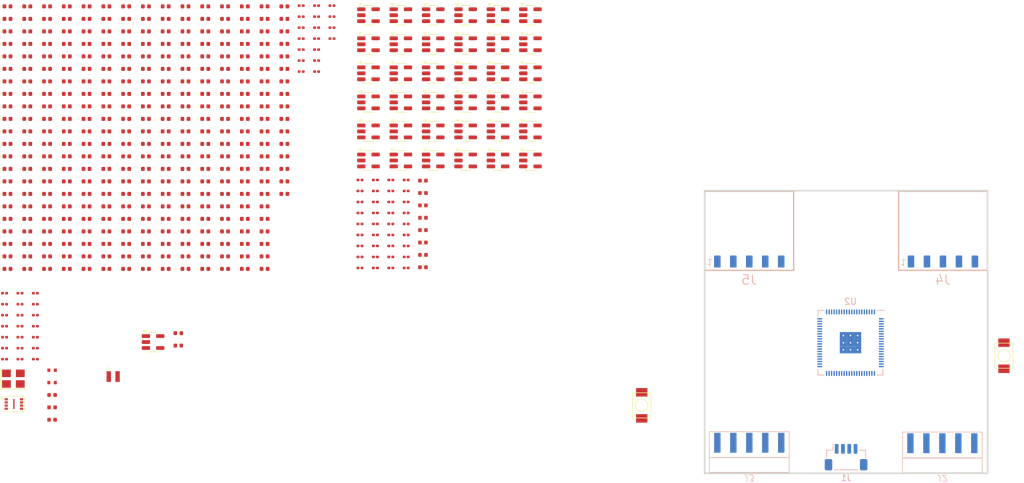
<source format=kicad_pcb>
(kicad_pcb (version 20241229) (generator "pcbnew") (generator_version "9.0")
  (layers (0 "F.Cu" signal) (4 "In1.Cu" signal) (6 "In2.Cu" signal) (8 "In3.Cu" signal) (10 "In4.Cu" signal) (2 "B.Cu" signal) (13 "F.Paste" user) (15 "B.Paste" user) (5 "F.SilkS" user "F.Silkscreen") (7 "B.SilkS" user "B.Silkscreen") (1 "F.Mask" user) (3 "B.Mask" user) (25 "Edge.Cuts" user))
  (net 0 "")
  (net 1 "GND")
  (net 2 "/panel_mcu/XIN")
  (net 3 "Net-(C2-Pad1)")
  (net 4 "+3V3")
  (net 5 "+1V1")
  (net 6 "/panel_mcu/VREG_AVDD")
  (net 7 "+5V")
  (net 8 "+3.3V")
  (net 9 "/drivers/ROW_0")
  (net 10 "Net-(D_0A1-A)")
  (net 11 "Net-(D_0B1-A)")
  (net 12 "Net-(D_0C1-A)")
  (net 13 "Net-(D_0D1-A)")
  (net 14 "Net-(D_0E1-A)")
  (net 15 "Net-(D_0F1-A)")
  (net 16 "Net-(D_0G1-A)")
  (net 17 "Net-(D_0H1-A)")
  (net 18 "Net-(D_1-A)")
  (net 19 "/drivers/ROW_1")
  (net 20 "/drivers/ROW_2")
  (net 21 "/drivers/ROW_3")
  (net 22 "/drivers/ROW_4")
  (net 23 "/drivers/ROW_5")
  (net 24 "/drivers/ROW_6")
  (net 25 "/drivers/ROW_7")
  (net 26 "/drivers/ROW_8")
  (net 27 "/drivers/ROW_9")
  (net 28 "Net-(D_11-A)")
  (net 29 "Net-(D_21-A)")
  (net 30 "Net-(D_31-A)")
  (net 31 "Net-(D_41-A)")
  (net 32 "Net-(D_51-A)")
  (net 33 "Net-(D_61-A)")
  (net 34 "Net-(D_71-A)")
  (net 35 "Net-(D_81-A)")
  (net 36 "Net-(D_100-A)")
  (net 37 "/drivers/ROW_A")
  (net 38 "/drivers/ROW_B")
  (net 39 "/drivers/ROW_C")
  (net 40 "/drivers/ROW_D")
  (net 41 "/drivers/ROW_E")
  (net 42 "/drivers/ROW_F")
  (net 43 "/drivers/ROW_G")
  (net 44 "/drivers/ROW_H")
  (net 45 "/panel_mcu/D+")
  (net 46 "/panel_mcu/D-")
  (net 47 "/panel_header/MOSI")
  (net 48 "/panel_header/MISO")
  (net 49 "/panel_header/SCK")
  (net 50 "/panel_header/CS4")
  (net 51 "/panel_header/EINT")
  (net 52 "/panel_header/CS0")
  (net 53 "/panel_header/CS2")
  (net 54 "/panel_header/CS1")
  (net 56 "/panel_mcu/VREG_LX")
  (net 57 "/panel_mcu/QSPI_SS")
  (net 58 "/panel_mcu/XOUT")
  (net 59 "Net-(R3-Pad1)")
  (net 60 "/panel_mcu/~{USB_BOOT}")
  (net 61 "Net-(U2-USB_DP)")
  (net 62 "Net-(U2-USB_DM)")
  (net 63 "/drivers/COL_0")
  (net 64 "/drivers/COL_1")
  (net 65 "/drivers/COL_2")
  (net 66 "/drivers/COL_3")
  (net 67 "/drivers/COL_4")
  (net 68 "/drivers/COL_5")
  (net 69 "/drivers/COL_6")
  (net 70 "/drivers/COL_7")
  (net 71 "/drivers/COL_8")
  (net 72 "/drivers/COL_9")
  (net 73 "/drivers/COL_A")
  (net 74 "/drivers/COL_B")
  (net 75 "/drivers/COL_C")
  (net 76 "/drivers/COL_D")
  (net 77 "/drivers/COL_E")
  (net 78 "/drivers/COL_F")
  (net 79 "/drivers/COL_G")
  (net 80 "/drivers/COL_H")
  (net 81 "/panel_mcu/RUN")
  (net 82 "/panel_mcu/QSPI_SD2")
  (net 83 "/panel_mcu/QSPI_SD3")
  (net 84 "/panel_mcu/QSPI_SD0")
  (net 85 "/panel_mcu/QSPI_SD1")
  (net 86 "/panel_mcu/QSPI_SCLK")
  (net 87 "/drivers/ROW_MCU_0")
  (net 88 "/drivers/ROW_MCU_9")
  (net 89 "/drivers/COL_MCU_5")
  (net 90 "/drivers/COL_MCU_C")
  (net 91 "/drivers/ROW_MCU_2")
  (net 92 "/drivers/ROW_MCU_H")
  (net 93 "/drivers/ROW_MCU_4")
  (net 94 "/drivers/ROW_MCU_D")
  (net 95 "/drivers/COL_MCU_F")
  (net 96 "/drivers/ROW_MCU_5")
  (net 97 "/drivers/COL_MCU_E")
  (net 98 "/drivers/ROW_MCU_8")
  (net 99 "/drivers/ROW_MCU_C")
  (net 101 "/drivers/COL_MCU_G")
  (net 102 "/drivers/COL_MCU_B")
  (net 103 "/drivers/COL_MCU_H")
  (net 104 "/drivers/COL_MCU_1")
  (net 105 "/drivers/ROW_MCU_F")
  (net 107 "/drivers/ROW_MCU_B")
  (net 109 "/drivers/COL_MCU_3")
  (net 113 "/drivers/COL_MCU_4")
  (net 114 "/drivers/ROW_MCU_3")
  (net 115 "/drivers/COL_MCU_8")
  (net 116 "/drivers/COL_MCU_0")
  (net 117 "/drivers/ROW_MCU_G")
  (net 120 "/drivers/ROW_MCU_7")
  (net 122 "/drivers/COL_MCU_A")
  (net 123 "/drivers/COL_MCU_7")
  (net 124 "/drivers/ROW_MCU_A")
  (net 125 "/drivers/ROW_MCU_6")
  (net 126 "/drivers/COL_MCU_9")
  (net 127 "/drivers/ROW_MCU_E")
  (net 129 "/drivers/COL_MCU_6")
  (net 130 "/drivers/COL_MCU_D")
  (net 131 "/drivers/COL_MCU_2")
  (net 132 "/drivers/ROW_MCU_1")
  (footprint "Resistor_SMD:R_0201_0603Metric" (layer "F.Cu") (at -11.705 20.545)
    (property "Reference" "R15" (hide yes))
    (property "Value" "270" (hide yes))
  )
  (footprint "panel_custom:LED_0402_1005Metric" (layer "F.Cu") (at -48.28 46.535)
    (property "Reference" "D_0B1" (hide yes))
    (property "Value" "LED" (hide yes))
  )
  (footprint "panel_custom:LED_0402_1005Metric" (layer "F.Cu") (at -16.83 32.605)
    (property "Reference" "D_H9" (hide yes))
    (property "Value" "LED" (hide yes))
  )
  (footprint "Capacitor_SMD:C_0201_0603Metric" (layer "F.Cu") (at 2.545 55.295)
    (property "Reference" "C51" (hide yes))
    (property "Value" "100nF" (hide yes))
  )
  (footprint "panel_custom:LED_0402_1005Metric" (layer "F.Cu") (at -45.135 62.455)
    (property "Reference" "D_3H1" (hide yes))
    (property "Value" "LED" (hide yes))
  )
  (footprint "panel_custom:LED_0402_1005Metric" (layer "F.Cu") (at -60.86 60.465)
    (property "Reference" "D_21" (hide yes))
    (property "Value" "LED" (hide yes))
  )
  (footprint "panel_custom:LED_0402_1005Metric" (layer "F.Cu") (at -45.135 56.485)
    (property "Reference" "D_3E1" (hide yes))
    (property "Value" "LED" (hide yes))
  )
  (footprint "panel_custom:LED_0402_1005Metric" (layer "F.Cu") (at -38.845 46.535)
    (property "Reference" "D_8D1" (hide yes))
    (property "Value" "LED" (hide yes))
  )
  (footprint "panel_custom:LED_0402_1005Metric" (layer "F.Cu") (at -60.86 42.555)
    (property "Reference" "D_12" (hide yes))
    (property "Value" "LED" (hide yes))
  )
  (footprint "panel_custom:LED_0402_1005Metric" (layer "F.Cu") (at -29.41 54.495)
    (property "Reference" "D_D4" (hide yes))
    (property "Value" "LED" (hide yes))
  )
  (footprint "panel_custom:LED_0402_1005Metric" (layer "F.Cu") (at -48.28 54.495)
    (property "Reference" "D_0F1" (hide yes))
    (property "Value" "LED" (hide yes))
  )
  (footprint "panel_custom:LED_0402_1005Metric" (layer "F.Cu") (at -29.41 30.615)
    (property "Reference" "D_C10" (hide yes))
    (property "Value" "LED" (hide yes))
  )
  (footprint "panel_custom:LED_0402_1005Metric" (layer "F.Cu") (at -51.425 52.505)
    (property "Reference" "D_83" (hide yes))
    (property "Value" "LED" (hide yes))
  )
  (footprint "panel_custom:LED_0402_1005Metric" (layer "F.Cu") (at -45.135 58.475)
    (property "Reference" "D_3F1" (hide yes))
    (property "Value" "LED" (hide yes))
  )
  (footprint "panel_custom:LED_0402_1005Metric" (layer "F.Cu") (at -54.57 56.485)
    (property "Reference" "D_63" (hide yes))
    (property "Value" "LED" (hide yes))
  )
  (footprint "panel_custom:LED_0402_1005Metric" (layer "F.Cu") (at -38.845 34.595)
    (property "Reference" "D_7F1" (hide yes))
    (property "Value" "LED" (hide yes))
  )
  (footprint "panel_custom:LED_0402_1005Metric" (layer "F.Cu") (at -29.41 36.585)
    (property "Reference" "D_CC1" (hide yes))
    (property "Value" "LED" (hide yes))
  )
  (footprint "panel_custom:LED_0402_1005Metric" (layer "F.Cu") (at -32.555 44.545)
    (property "Reference" "D_BC1" (hide yes))
    (property "Value" "LED" (hide yes))
  )
  (footprint "panel_custom:LED_0402_1005Metric" (layer "F.Cu") (at -60.86 24.645)
    (property "Reference" "D_3" (hide yes))
    (property "Value" "LED" (hide yes))
  )
  (footprint "panel_custom:LED_0402_1005Metric" (layer "F.Cu") (at -41.99 52.505)
    (property "Reference" "D_6A1" (hide yes))
    (property "Value" "LED" (hide yes))
  )
  (footprint "Capacitor_SMD:C_0201_0603Metric" (layer "F.Cu") (at 0.095 58.795)
    (property "Reference" "C44" (hide yes))
    (property "Value" "100nF" (hide yes))
  )
  (footprint "Package_TO_SOT_SMD:SOT-23-5" (layer "F.Cu") (at -3.455 31.32)
    (property "Reference" "U5" (hide yes))
    (property "Value" "UCC27517" (hide yes))
  )
  (footprint "panel_custom:LED_0402_1005Metric" (layer "F.Cu") (at -57.715 54.495)
    (property "Reference" "D_40" (hide yes))
    (property "Value" "LED" (hide yes))
  )
  (footprint "panel_custom:LED_0402_1005Metric" (layer "F.Cu") (at -48.28 40.565)
    (property "Reference" "D_99" (hide yes))
    (property "Value" "LED" (hide yes))
  )
  (footprint "Capacitor_SMD:C_0201_0603Metric" (layer "F.Cu") (at 2.545 53.545)
    (property "Reference" "C50" (hide yes))
    (property "Value" "100nF" (hide yes))
  )
  (footprint "panel_custom:LED_0402_1005Metric" (layer "F.Cu") (at -51.425 56.485)
    (property "Reference" "D_85" (hide yes))
    (property "Value" "LED" (hide yes))
  )
  (footprint "panel_custom:LED_0402_1005Metric" (layer "F.Cu") (at -54.57 40.565)
    (property "Reference" "D_55" (hide yes))
    (property "Value" "LED" (hide yes))
  )
  (footprint "panel_custom:LED_0402_1005Metric" (layer "F.Cu") (at -45.135 26.635)
    (property "Reference" "D_1F1" (hide yes))
    (property "Value" "LED" (hide yes))
  )
  (footprint "Package_TO_SOT_SMD:SOT-23-5" (layer "F.Cu") (at 6.845 31.32)
    (property "Reference" "U17" (hide yes))
    (property "Value" "UCC27517" (hide yes))
  )
  (footprint "panel_custom:LED_0402_1005Metric" (layer "F.Cu") (at -19.975 40.565)
    (property "Reference" "D_G9" (hide yes))
    (property "Value" "LED" (hide yes))
  )
  (footprint "panel_custom:LED_0402_1005Metric" (layer "F.Cu") (at -57.715 50.515)
    (property "Reference" "D_38" (hide yes))
    (property "Value" "LED" (hide yes))
  )
  (footprint "panel_custom:LED_0402_1005Metric" (layer "F.Cu") (at -45.135 28.625)
    (property "Reference" "D_1G1" (hide yes))
    (property "Value" "LED" (hide yes))
  )
  (footprint "Package_TO_SOT_SMD:SOT-23-5" (layer "F.Cu") (at 11.995 22.07)
    (property "Reference" "U21" (hide yes))
    (property "Value" "UCC27517" (hide yes))
  )
  (footprint "Package_TO_SOT_SMD:SOT-23-5" (layer "F.Cu") (at 6.845 26.695)
    (property "Reference" "U16" (hide yes))
    (property "Value" "UCC27517" (hide yes))
  )
  (footprint "Resistor_SMD:R_0201_0603Metric" (layer "F.Cu") (at -14.155 22.295)
    (property "Reference" "R9" (hide yes))
    (property "Value" "270" (hide yes))
  )
  (footprint "panel_custom:LED_0402_1005Metric" (layer "F.Cu") (at -35.7 44.545)
    (property "Reference" "D_A9" (hide yes))
    (property "Value" "LED" (hide yes))
  )
  (footprint "Package_TO_SOT_SMD:SOT-23-5" (layer "F.Cu") (at -3.455 22.07)
    (property "Reference" "U3" (hide yes))
    (property "Value" "UCC27517" (hide yes))
  )
  (footprint "panel_custom:LED_0402_1005Metric" (layer "F.Cu") (at -41.99 20.665)
    (property "Reference" "D_4A1" (hide yes))
    (property "Value" "LED" (hide yes))
  )
  (footprint "panel_custom:LED_0402_1005Metric" (layer "F.Cu") (at -29.41 22.655)
    (property "Reference" "D_C6" (hide yes))
    (property "Value" "LED" (hide yes))
  )
  (footprint "Capacitor_SMD:C_0201_0603Metric" (layer "F.Cu") (at 2.545 62.295)
    (property "Reference" "C55" (hide yes))
    (property "Value" "100nF" (hide yes))
  )
  (footprint "panel_custom:LED_0402_1005Metric" (layer "F.Cu") (at -32.555 50.515)
    (property "Reference" "D_BF1" (hide yes))
    (property "Value" "LED" (hide yes))
  )
  (footprint "panel_custom:LED_0402_1005Metric" (layer "F.Cu") (at -32.555 62.455)
    (property "Reference" "D_C4" (hide yes))
    (property "Value" "LED" (hide yes))
  )
  (footprint "panel_custom:LED_0402_1005Metric" (layer "F.Cu") (at -32.555 28.625)
    (property "Reference" "D_B5" (hide yes))
    (property "Value" "LED" (hide yes))
  )
  (footprint "panel_custom:LED_0402_1005Metric" (layer "F.Cu") (at -48.28 24.645)
    (property "Reference" "D_91" (hide yes))
    (property "Value" "LED" (hide yes))
  )
  (footprint "panel_custom:LED_0402_1005Metric" (layer "F.Cu") (at -35.7 38.575)
    (property "Reference" "D_A6" (hide yes))
    (property "Value" "LED" (hide yes))
  )
  (footprint "panel_custom:LED_0402_1005Metric" (layer "F.Cu") (at -35.7 30.615)
    (property "Reference" "D_A2" (hide yes))
    (property "Value" "LED" (hide yes))
  )
  (footprint "panel_custom:LED_0402_1005Metric" (layer "F.Cu") (at -35.7 40.565)
    (property "Reference" "D_A7" (hide yes))
    (property "Value" "LED" (hide yes))
  )
  (footprint "panel_custom:LED_0402_1005Metric" (layer "F.Cu") (at -41.99 58.475)
    (property "Reference" "D_6D1" (hide yes))
    (property "Value" "LED" (hide yes))
  )
  (footprint "Capacitor_SMD:C_0201_0603Metric" (layer "F.Cu") (at -2.355 50.045)
    (property "Reference" "C30" (hide yes))
    (property "Value" "100nF" (hide yes))
  )
  (footprint "panel_custom:LED_0402_1005Metric" (layer "F.Cu") (at -60.86 22.655)
    (property "Reference" "D_2" (hide yes))
    (property "Value" "LED" (hide yes))
  )
  (footprint "panel_custom:LED_0402_1005Metric" (layer "F.Cu") (at -41.99 28.625)
    (property "Reference" "D_4E1" (hide yes))
    (property "Value" "LED" (hide yes))
  )
  (footprint "panel_custom:LED_0402_1005Metric" (layer "F.Cu") (at -57.715 48.525)
    (property "Reference" "D_37" (hide yes))
    (property "Value" "LED" (hide yes))
  )
  (footprint "panel_custom:LED_0402_1005Metric" (layer "F.Cu") (at -26.265 30.615)
    (property "Reference" "D_DD1" (hide yes))
    (property "Value" "LED" (hide yes))
  )
  (footprint "RP2350_80QFN_minimal:L_pol_2016" (layer "F.Cu") (at -44.055 79.591421)
    (property "Reference" "L1" (hide yes))
    (property "Value" "3.3uH" (hide yes))
  )
  (footprint "panel_custom:LED_0402_1005Metric" (layer "F.Cu") (at -19.975 26.635)
    (property "Reference" "D_G2" (hide yes))
    (property "Value" "LED" (hide yes))
  )
  (footprint "Package_TO_SOT_SMD:SOT-23-5" (layer "F.Cu") (at -3.455 35.945)
    (property "Reference" "U6" (hide yes))
    (property "Value" "UCC27517" (hide yes))
  )
  (footprint "panel_custom:LED_0402_1005Metric" (layer "F.Cu") (at -57.715 38.575)
    (property "Reference" "D_32" (hide yes))
    (property "Value" "LED" (hide yes))
  )
  (footprint "Capacitor_SMD:C_0402_1005Metric" (layer "F.Cu") (at 5.205 60.225)
    (property "Reference" "C62" (hide yes))
    (property "Value" "10uF" (hide yes))
  )
  (footprint "panel_custom:LED_0402_1005Metric" (layer "F.Cu") (at -60.86 46.535)
    (property "Reference" "D_14" (hide yes))
    (property "Value" "LED" (hide yes))
  )
  (footprint "panel_custom:LED_0402_1005Metric" (layer "F.Cu") (at -26.265 36.585)
    (property "Reference" "D_DG1" (hide yes))
    (property "Value" "LED" (hide yes))
  )
  (footprint "panel_custom:LED_0402_1005Metric" (layer "F.Cu") (at -54.57 20.665)
    (property "Reference" "D_45" (hide yes))
    (property "Value" "LED" (hide yes))
  )
  (footprint "panel_custom:LED_0402_1005Metric" (layer "F.Cu") (at -32.555 54.495)
    (property "Reference" "D_BH1" (hide yes))
    (property "Value" "LED" (hide yes))
  )
  (footprint "panel_custom:LED_0402_1005Metric" (layer "F.Cu") (at -26.265 60.465)
    (property "Reference" "D_EA1" (hide yes))
    (property "Value" "LED" (hide yes))
  )
  (footprint "panel_custom:LED_0402_1005Metric" (layer "F.Cu") (at -51.425 30.615)
    (property "Reference" "D_72" (hide yes))
    (property "Value" "LED" (hide yes))
  )
  (footprint "panel_custom:LED_0402_1005Metric" (layer "F.Cu") (at -19.975 32.605)
    (property "Reference" "D_G5" (hide yes))
    (property "Value" "LED" (hide yes))
  )
  (footprint "RP2350_80QFN_minimal:C_0402_1005Metric_small_pads" (layer "F.Cu") (at -53.765 80.555)
    (property "Reference" "C5" (hide yes))
    (property "Value" "4.7uF" (hide yes))
  )
  (footprint "panel_custom:LED_0402_1005Metric" (layer "F.Cu") (at -48.28 26.635)
    (property "Reference" "D_92" (hide yes))
    (property "Value" "LED" (hide yes))
  )
  (footprint "panel_custom:LED_0402_1005Metric" (layer "F.Cu") (at -19.975 20.665)
    (property "Reference" "D_FG1" (hide yes))
    (property "Value" "LED" (hide yes))
  )
  (footprint "panel_custom:LED_0402_1005Metric" (layer "F.Cu") (at -41.99 54.495)
    (property "Reference" "D_6B1" (hide yes))
    (property "Value" "LED" (hide yes))
  )
  (footprint "panel_custom:LED_0402_1005Metric" (layer "F.Cu") (at -23.12 52.505)
    (property "Reference" "D_FA1" (hide yes))
    (property "Value" "LED" (hide yes))
  )
  (footprint "panel_custom:LED_0402_1005Metric" (layer "F.Cu") (at -16.83 34.595)
    (property "Reference" "D_H10" (hide yes))
    (property "Value" "LED" (hide yes))
  )
  (footprint "Resistor_SMD:R_0201_0603Metric" (layer "F.Cu") (at -11.705 31.045)
    (property "Reference" "R21" (hide yes))
    (property "Value" "270" (hide yes))
  )
  (footprint "panel_custom:LED_0402_1005Metric" (layer "F.Cu") (at -16.83 40.565)
    (property "Reference" "D_HC1" (hide yes))
    (property "Value" "LED" (hide yes))
  )
  (footprint "panel_custom:LED_0402_1005Metric" (layer "F.Cu") (at -60.86 56.485)
    (property "Reference" "D_19" (hide yes))
    (property "Value" "LED" (hide yes))
  )
  (footprint "panel_custom:LED_0402_1005Metric" (layer "F.Cu") (at -48.28 60.465)
    (property "Reference" "D_1A1" (hide yes))
    (property "Value" "LED" (hide yes))
  )
  (footprint "panel_custom:LED_0402_1005Metric" (layer "F.Cu") (at -48.28 38.575)
    (property "Reference" "D_98" (hide yes))
    (property "Value" "LED" (hide yes))
  )
  (footprint "panel_custom:LED_0402_1005Metric" (layer "F.Cu") (at -29.41 32.605)
    (property "Reference" "D_CA1" (hide yes))
    (property "Value" "LED" (hide yes))
  )
  (footprint "panel_custom:LED_0402_1005Metric" (layer "F.Cu") (at -26.265 32.605)
    (property "Reference" "D_DE1" (hide yes))
    (property "Value" "LED" (hide yes))
  )
  (footprint "panel_custom:LED_0402_1005Metric" (layer "F.Cu") (at -41.99 46.535)
    (property "Reference" "D_5F1" (hide yes))
    (property "Value" "LED" (hide yes))
  )
  (footprint "panel_custom:LED_0402_1005Metric" (layer "F.Cu") (at -23.12 22.655)
    (property "Reference" "D_ED1" (hide yes))
    (property "Value" "LED" (hide yes))
  )
  (footprint "Package_TO_SOT_SMD:SOT-23-5" (layer "F.Cu") (at 22.295 22.07)
    (property "Reference" "U33" (hide yes))
    (property "Value" "UCC27517" (hide yes))
  )
  (footprint "panel_custom:LED_0402_1005Metric" (layer "F.Cu") (at -23.12 42.555)
    (property "Reference" "D_F6" (hide yes))
    (property "Value" "LED" (hide yes))
  )
  (footprint "Resistor_SMD:R_0201_0603Metric" (layer "F.Cu") (at -9.255 25.795)
    (property "Reference" "R25" (hide yes))
    (property "Value" "270" (hide yes))
  )
  (footprint "Capacitor_SMD:C_0201_0603Metric" (layer "F.Cu") (at -4.805 55.295)
    (property "Reference" "C24" (hide yes))
    (property "Value" "100nF" (hide yes))
  )
  (footprint "panel_custom:LED_0402_1005Metric" (layer "F.Cu") (at -45.135 44.545)
    (property "Reference" "D_2G1" (hide yes))
    (property "Value" "LED" (hide yes))
  )
  (footprint "panel_custom:LED_0402_1005Metric" (layer "F.Cu") (at -51.425 28.625)
    (property "Reference" "D_71" (hide yes))
    (property "Value" "LED" (hide yes))
  )
  (footprint "panel_custom:LED_0402_1005Metric" (layer "F.Cu") (at -38.845 56.485)
    (property "Reference" "D_9A1" (hide yes))
    (property "Value" "LED" (hide yes))
  )
  (footprint "panel_custom:LED_0402_1005Metric" (layer "F.Cu") (at -60.86 48.525)
    (property "Reference" "D_15" (hide yes))
    (property "Value" "LED" (hide yes))
  )
  (footprint "panel_custom:flashmem_PSON50P300X200X60-9N" (layer "F.Cu") (at -59.84 83.96)
    (property "Reference" "U1" (hide yes))
    (property "Value" "W25Q16JVUXIQ_TR" (hide yes))
  )
  (footprint "panel_custom:LED_0402_1005Metric" (layer "F.Cu") (at -57.715 44.545)
    (property "Reference" "D_35" (hide yes))
    (property "Value" "LED" (hide yes))
  )
  (footprint "Crystal:Crystal_SMD_3225-4Pin_3.2x2.5mm" (layer "F.Cu") (at -59.925 79.925)
    (property "Reference" "Y1" (hide yes))
    (property "Value" "ABM8-272-T3" (hide yes))
  )
  (footprint "panel_custom:LED_0402_1005Metric" (layer "F.Cu") (at -54.57 22.655)
    (property "Reference" "D_46" (hide yes))
    (property "Value" "LED" (hide yes))
  )
  (footprint "panel_custom:LED_0402_1005Metric" (layer "F.Cu") (at -38.845 40.565)
    (property "Reference" "D_8A1" (hide yes))
    (property "Value" "LED" (hide yes))
  )
  (footprint "panel_custom:LED_0402_1005Metric" (layer "F.Cu") (at -35.7 24.645)
    (property "Reference" "D_9G1" (hide yes))
    (property "Value" "LED" (hide yes))
  )
  (footprint "panel_custom:LED_0402_1005Metric" (layer "F.Cu") (at -57.715 60.465)
    (property "Reference" "D_43" (hide yes))
    (property "Value" "LED" (hide yes))
  )
  (footprint "Package_TO_SOT_SMD:SOT-23-5" (layer "F.Cu") (at 17.145 31.32)
    (property "Reference" "U29" (hide yes))
    (property "Value" "UCC27517" (hide yes))
  )
  (footprint "panel_custom:LED_0402_1005Metric" (layer "F.Cu") (at -51.425 40.565)
    (property "Reference" "D_77" (hide yes))
    (property "Value" "LED" (hide yes))
  )
  (footprint "panel_custom:LED_0402_1005Metric" (layer "F.Cu") (at -51.425 54.495)
    (property "Reference" "D_84" (hide yes))
    (property "Value" "LED" (hide yes))
  )
  (footprint "Package_TO_SOT_SMD:SOT-23-5" (layer "F.Cu") (at -3.455 40.57)
    (property "Reference" "U7" (hide yes))
    (property "Value" "UCC27517" (hide yes))
  )
  (footprint "panel_custom:LED_0402_1005Metric" (layer "F.Cu") (at -57.715 58.475)
    (property "Reference" "D_42" (hide yes))
    (property "Value" "LED" (hide yes))
  )
  (footprint "panel_custom:LED_0402_1005Metric" (layer "F.Cu") (at -54.57 54.495)
    (property "Reference" "D_62" (hide yes))
    (property "Value" "LED" (hide yes))
  )
  (footprint "panel_custom:LED_0402_1005Metric" (layer "F.Cu") (at -19.975 24.645)
    (property "Reference" "D_G1" (hide yes))
    (property "Value" "LED" (hide yes))
  )
  (footprint "Capacitor_SMD:C_0201_0603Metric" (layer "F.Cu") (at -61.325 68.075)
    (property "Reference" "C2" (hide yes))
    (property "Value" "15pF" (hide yes))
  )
  (footprint "panel_custom:LED_0402_1005Metric" (layer "F.Cu") (at -51.425 42.555)
    (property "Reference" "D_78" (hide yes))
    (property "Value" "LED" (hide yes))
  )
  (footprint "panel_custom:LED_0402_1005Metric" (layer "F.Cu") (at -54.57 32.605)
    (property "Reference" "D_51" (hide yes))
    (property "Value" "LED" (hide yes))
  )
  (footprint "Capacitor_SMD:C_0201_0603Metric" (layer "F.Cu") (at -4.805 48.295)
    (property "Reference" "C20" (hide yes))
    (property "Value" "100nF" (hide yes))
  )
  (footprint "Capacitor_SMD:C_0201_0603Metric" (layer "F.Cu") (at -2.355 62.295)
    (property "Reference" "C37" (hide yes))
    (property "Value" "100nF" (hide yes))
  )
  (footprint "panel_custom:LED_0402_1005Metric" (layer "F.Cu") (at -60.86 44.545)
    (property "Reference" "D_13" (hide yes))
    (property "Value" "LED" (hide yes))
  )
  (footprint "Capacitor_SMD:C_0201_0603Metric" (layer "F.Cu") (at -58.875 71.575)
    (property "Reference" "C15" (hide yes))
    (property "Value" "100nF" (hide yes))
  )
  (footprint "panel_custom:LED_0402_1005Metric" (layer "F.Cu") (at -16.83 44.545)
    (property "Reference" "D_HE1" (hide yes))
    (property "Value" "LED" (hide yes))
  )
  (footprint "panel_custom:LED_0402_1005Metric" (layer "F.Cu") (at -23.12 26.635)
    (property "Reference" "D_EF1" (hide yes))
    (property "Value" "LED" (hide yes))
  )
  (footprint "Capacitor_SMD:C_0201_0603Metric" (layer "F.Cu") (at -58.875 68.075)
    (property "Reference" "C13" (hide yes))
    (property "Value" "100nF" (hide yes))
  )
  (footprint "panel_custom:LED_0402_1005Metric" (layer "F.Cu") (at -19.975 42.555)
    (property "Reference" "D_G10" (hide yes))
    (property "Value" "LED" (hide yes))
  )
  (footprint "panel_custom:LED_0402_1005Metric" (layer "F.Cu") (at -57.715 62.455)
    (property "Reference" "D_44" (hide yes))
    (property "Value" "LED" (hide yes))
  )
  (footprint "Capacitor_SMD:C_0201_0603Metric" (layer "F.Cu") (at -58.875 73.325)
    (property "Reference" "C16" (hide yes))
    (property "Value" "100nF" (hide yes))
  )
  (footprint "Capacitor_SMD:C_0201_0603Metric" (layer "F.Cu") (at -4.805 51.795)
    (property "Reference" "C22" (hide yes))
    (property "Value" "100nF" (hide yes))
  )
  (footprint "panel_custom:LED_0402_1005Metric" (layer "F.Cu") (at -54.57 26.635)
    (property "Reference" "D_48" (hide yes))
    (property "Value" "LED" (hide yes))
  )
  (footprint "Capacitor_SMD:C_0201_0603Metric" (layer "F.Cu") (at -2.355 60.545)
    (property "Reference" "C36" (hide yes))
    (property "Value" "100nF" (hide yes))
  )
  (footprint "panel_custom:LED_0402_1005Metric" (layer "F.Cu") (at -32.555 60.465)
    (property "Reference" "D_C3" (hide yes))
    (property "Value" "LED" (hide yes))
  )
  (footprint "panel_custom:LED_0402_1005Metric" (layer "F.Cu") (at -29.41 38.575)
    (property "Reference" "D_CD1" (hide yes))
    (property "Value" "LED" (hide yes))
  )
  (footprint "panel_custom:LED_0402_1005Metric" (layer "F.Cu") (at -48.28 50.515)
    (property "Reference" "D_0D1" (hide yes))
    (property "Value" "LED" (hide yes))
  )
  (footprint "Package_TO_SOT_SMD:SOT-23-5" (layer "F.Cu") (at 6.845 45.195)
    (property "Reference" "U20" (hide yes))
    (property "Value" "UCC27517" (hide yes))
  )
  (footprint "Package_TO_SOT_SMD:SOT-23-5" (layer "F.Cu") (at 11.995 35.945)
    (property "Reference" "U24" (hide yes))
    (property "Value" "UCC27517" (hide yes))
  )
  (footprint "panel_custom:LED_0402_1005Metric" (layer "F.Cu") (at -32.555 34.595)
    (property "Reference" "D_B8" (hide yes))
    (property "Value" "LED" (hide yes))
  )
  (footprint "panel_custom:LED_0402_1005Metric" (layer "F.Cu") (at -45.135 46.535)
    (property "Reference" "D_2H1" (hide yes))
    (property "Value" "LED" (hide yes))
  )
  (footprint "Capacitor_SMD:C_0201_0603Metric" (layer "F.Cu") (at -61.325 69.825)
    (property "Reference" "C3" (hide yes))
    (property "Value" "100nF" (hide yes))
  )
  (footprint "Capacitor_SMD:C_0201_0603Metric" (layer "F.Cu") (at -58.875 69.825)
    (property "Reference" "C14" (hide yes))
    (property "Value" "100nF" (hide yes))
  )
  (footprint "panel_custom:LED_0402_1005Metric" (layer "F.Cu") (at -60.86 62.455)
    (property "Reference" "D_22" (hide yes))
    (property "Value" "LED" (hide yes))
  )
  (footprint "panel_custom:LED_0402_1005Metric" (layer "F.Cu") (at -26.265 40.565)
    (property "Reference" "D_E1" (hide yes))
    (property "Value" "LED" (hide yes))
  )
  (footprint "panel_custom:LED_0402_1005Metric" (layer "F.Cu") (at -57.715 34.595)
    (property "Reference" "D_30" (hide yes))
    (property "Value" "LED" (hide yes))
  )
  (footprint "Package_TO_SOT_SMD:SOT-23-5" (layer "F.Cu") (at 6.845 40.57)
    (property "Reference" "U19" (hide yes))
    (property "Value" "UCC27517" (hide yes))
  )
  (footprint "Capacitor_SMD:C_0402_1005Metric" (layer "F.Cu") (at 5.205 54.315)
    (property "Reference" "C59" (hide yes))
    (property "Value" "10uF" (hide yes))
  )
  (footprint "panel_custom:LED_0402_1005Metric" (layer "F.Cu") (at -48.28 62.455)
    (property "Reference" "D_1B1" (hide yes))
    (property "Value" "LED" (hide yes))
  )
  (footprint "Capacitor_SMD:C_0201_0603Metric" (layer "F.Cu") (at 0.095 51.795)
    (property "Reference" "C40" (hide yes))
    (property "Value" "100nF" (hide yes))
  )
  (footprint "panel_custom:LED_0402_1005Metric" (layer "F.Cu") (at -35.7 50.515)
    (property "Reference" "D_AB1" (hide yes))
    (property "Value" "LED" (hide yes))
  )
  (footprint "Capacitor_SMD:C_0201_0603Metric" (layer "F.Cu") (at -61.325 73.325)
    (property "Reference" "C9" (hide yes))
    (property "Value" "100nF" (hide yes))
  )
  (footprint "panel_custom:LED_0402_1005Metric" (layer "F.Cu") (at -54.57 48.525)
    (property "Reference" "D_59" (hide yes))
    (property "Value" "LED" (hide yes))
  )
  (footprint "panel_custom:LED_0402_1005Metric" (layer "F.Cu") (at -26.265 28.625)
    (property "Reference" "D_DC1" (hide yes))
    (property "Value" "LED" (hide yes))
  )
  (footprint "panel_custom:LED_0402_1005Metric" (layer "F.Cu") (at -51.425 46.535)
    (property "Reference" "D_80" (hide yes))
    (property "Value" "LED" (hide yes))
  )
  (footprint "panel_custom:LED_0402_1005Metric" (layer "F.Cu") (at -51.425 50.515)
    (property "Reference" "D_82" (hide yes))
    (property "Value" "LED" (hide yes))
  )
  (footprint "panel_custom:LED_0402_1005Metric" (layer "F.Cu") (at -19.975 58.475)
    (property "Reference" "D_GH1" (hide yes))
    (property "Value" "LED" (hide yes))
  )
  (footprint "panel_custom:LED_0402_1005Metric" (layer "F.Cu") (at -54.57 30.615)
    (property "Reference" "D_50" (hide yes))
    (property "Value" "LED" (hide yes))
  )
  (footprint "Package_TO_SOT_SMD:SOT-23-5" (layer "F.Cu") (at -3.455 45.195)
    (property "Reference" "U8" (hide yes))
    (property "Value" "UCC27517" (hide yes))
  )
  (footprint "panel_custom:LED_0402_1005Metric" (layer "F.Cu") (at -38.845 38.575)
    (property "Reference" "D_7H1" (hide yes))
    (property "Value" "LED" (hide yes))
  )
  (footprint "Resistor_SMD:R_0201_0603Metric" (layer "F.Cu") (at -14.155 31.045)
    (property "Reference" "R14" (hide yes))
    (property "Value" "270" (hide yes))
  )
  (footprint "panel_custom:LED_0402_1005Metric" (layer "F.Cu") (at -57.715 46.535)
    (property "Reference" "D_36" (hide yes))
    (property "Value" "LED" (hide yes))
  )
  (footprint "panel_custom:LED_0402_1005Metric" (layer "F.Cu") (at -48.28 44.545)
    (property "Reference" "D_0A1" (hide yes))
    (property "Value" "LED" (hide yes))
  )
  (footprint "panel_custom:LED_0402_1005Metric" (layer "F.Cu") (at -32.555 26.635)
    (property "Reference" "D_B4" (hide yes))
    (property "Value" "LED" (hide yes))
  )
  (footprint "panel_custom:LED_0402_1005Metric" (layer "F.Cu") (at -19.975 28.625)
    (property "Reference" "D_G3" (hide yes))
    (property "Value" "LED" (hide yes))
  )
  (footprint "Capacitor_SMD:C_0402_1005Metric" (layer "F.Cu") (at 5.205 62.195)
    (property "Reference" "C63" (hide yes))
    (property "Value" "10uF" (hide yes))
  )
  (footprint "panel_custom:LED_0402_1005Metric" (layer "F.Cu") (at -26.265 38.575)
    (property "Reference" "D_DH1" (hide yes))
    (property "Value" "LED" (hide yes))
  )
  (footprint "panel_custom:LED_0402_1005Metric" (layer "F.Cu") (at -16.83 30.615)
    (property "Reference" "D_H8" (hide yes))
    (property "Value" "LED" (hide yes))
  )
  (footprint "panel_custom:LED_0402_1005Metric" (layer "F.Cu") (at -57.715 24.645)
    (property "Reference" "D_25" (hide yes))
    (property "Value" "LED" (hide yes))
  )
  (footprint "panel_custom:LED_0402_1005Metric" (layer "F.Cu") (at -23.12 56.485)
    (property "Reference" "D_FC1" (hide yes))
    (property "Value" "LED" (hide yes))
  )
  (footprint "panel_custom:LED_0402_1005Metric" (layer "F.Cu") (at -29.41 20.665)
    (property "Reference" "D_C5" (hide yes))
    (property "Value" "LED" (hide yes))
  )
  (footprint "panel_custom:LED_0402_1005Metric" (layer "F.Cu") (at -60.86 40.565)
    (property "Reference" "D_11" (hide yes))
    (property "Value" "LED" (hide yes))
  )
  (footprint "panel_custom:LED_0402_1005Metric" (layer "F.Cu") (at -54.57 42.555)
    (property "Reference" "D_56" (hide yes))
    (property "Value" "LED" (hide yes))
  )
  (footprint "Package_TO_SOT_SMD:SOT-23-5" (layer "F.Cu") (at 1.695 35.945)
    (property "Reference" "U12" (hide yes))
    (property "Value" "UCC27517" (hide yes))
  )
  (footprint "panel_custom:LED_0402_1005Metric" (layer "F.Cu") (at -32.555 38.575)
    (property "Reference" "D_B10" (hide yes))
    (property "Value" "LED" (hide yes))
  )
  (footprint "Package_TO_SOT_SMD:SOT-23-5" (layer "F.Cu") (at 11.995 26.695)
    (property "Reference" "U22" (hide yes))
    (property "Value" "UCC27517" (hide yes))
  )
  (footprint "panel_custom:LED_0402_1005Metric" (layer "F.Cu") (at -45.135 54.495)
    (property "Reference" "D_3D1" (hide yes))
    (property "Value" "LED" (hide yes))
  )
  (footprint "Capacitor_SMD:C_0201_0603Metric" (layer "F.Cu") (at -4.805 57.045)
    (property "Reference" "C25" (hide yes))
    (property "Value" "100nF" (hide yes))
  )
  (footprint "panel_custom:LED_0402_1005Metric" (layer "F.Cu") (at -38.845 50.515)
    (property "Reference" "D_8F1" (hide yes))
    (property "Value" "LED" (hide yes))
  )
  (footprint "Capacitor_SMD:C_0201_0603Metric" (layer "F.Cu") (at 2.545 60.545)
    (property "Reference" "C54" (hide yes))
    (property "Value" "100nF" (hide yes))
  )
  (footprint "panel_custom:LED_0402_1005Metric" (layer "F.Cu") (at -26.265 58.475)
    (property "Reference" "D_E10" (hide yes))
    (property "Value" "LED" (hide yes))
  )
  (footprint "panel_custom:LED_0402_1005Metric" (layer "F.Cu") (at -54.57 24.645)
    (property "Reference" "D_47" (hide yes))
    (property "Value" "LED" (hide yes))
  )
  (footprint "panel_custom:LED_0402_1005Metric" (layer "F.Cu") (at -19.975 50.515)
    (property "Reference" "D_GD1" (hide yes))
    (property "Value" "LED" (hide yes))
  )
  (footprint "panel_custom:LED_0402_1005Metric" (layer "F.Cu") (at -29.41 26.635)
    (property "Reference" "D_C8" (hide yes))
    (property "Value" "LED" (hide yes))
  )
  (footprint "Capacitor_SMD:C_0402_1005Metric" (layer "F.Cu") (at 5.205 58.255)
    (property "Reference" "C61" (hide yes))
    (property "Value" "10uF" (hide yes))
  )
  (footprint "panel_custom:LED_0402_1005Metric" (layer "F.Cu") (at -26.265 48.525)
    (property "Reference" "D_E5" (hide yes))
    (property "Value" "LED" (hide yes))
  )
  (footprint "Resistor_SMD:R_0201_0603Metric" (layer "F.Cu") (at -56.425 75.075)
    (property "Reference" "R6" (hide yes))
    (property "Value" "27" (hide yes))
  )
  (footprint "panel_custom:LED_0402_1005Metric" (layer "F.Cu") (at -23.12 40.565)
    (property "Reference" "D_F5" (hide yes))
    (property "Value" "LED" (hide yes))
  )
  (footprint "Resistor_SMD:R_0201_0603Metric" (layer "F.Cu") (at -9.255 20.545)
    (property "Reference" "R22" (hide yes))
    (property "Value" "270" (hide yes))
  )
  (footprint "panel_custom:LED_0402_1005Metric" (layer "F.Cu") (at -38.845 54.495)
    (property "Reference" "D_8H1" (hide yes))
    (property "Value" "LED" (hide yes))
  )
  (footprint "panel_custom:LED_0402_1005Metric" (layer "F.Cu") (at -29.41 58.475)
    (property "Reference" "D_D6" (hide yes))
    (property "Value" "LED" (hide yes))
  )
  (footprint "panel_custom:LED_0402_1005Metric" (layer "F.Cu") (at -26.265 46.535)
    (property "Reference" "D_E4" (hide yes))
    (property "Value" "LED" (hide yes))
  )
  (footprint "panel_custom:LED_0402_1005Metric" (layer "F.Cu") (at -60.86 38.575)
    (property "Reference" "D_10" (hide yes))
    (property "Value" "LED" (hide yes))
  )
  (footprint "panel_custom:LED_0402_1005Metric" (layer "F.Cu") (at -35.7 54.495)
    (property "Reference" "D_AD1" (hide yes))
    (property "Value" "LED" (hide yes))
  )
  (footprint "panel_custom:LED_0402_1005Metric" (layer "F.Cu") (at -41.99 36.585)
    (property "Reference" "D_5A1" (hide yes))
    (property "Value" "LED" (hide yes))
  )
  (footprint "panel_custom:LED_0402_1005Metric" (layer "F.Cu") (at -45.135 32.605)
    (property "Reference" "D_2A1" (hide yes))
    (property "Value" "LED" (hide yes))
  )
  (footprint "panel_custom:LED_0402_1005Metric" (layer "F.Cu") (at -41.99 60.465)
    (property "Reference" "D_6E1" (hide yes))
    (property "Value" "LED" (hide yes))
  )
  (footprint "Capacitor_SMD:C_0402_1005Metric" (layer "F.Cu") (at -53.765 84.495)
    (property "Reference" "C8" (hide yes))
    (property "Value" "4.7uF" (hide yes))
  )
  (footprint "panel_custom:LED_0402_1005Metric" (layer "F.Cu") (at -38.845 44.545)
    (property "Reference" "D_8C1" (hide yes))
    (property "Value" "LED" (hide yes))
  )
  (footprint "panel_custom:LED_0402_1005Metric" (layer "F.Cu") (at -60.86 20.665)
    (property "Reference" "D_1" (hide yes))
    (property "Value" "LED" (hide yes))
  )
  (footprint "Package_TO_SOT_SMD:SOT-23-5" (layer "F.Cu") (at 6.845 35.945)
    (property "Reference" "U18" (hide yes))
    (property "Value" "UCC27517" (hide yes))
  )
  (footprint "panel_custom:LED_0402_1005Metric" (layer "F.Cu") (at -32.555 48.525)
    (property "Reference" "D_BE1" (hide yes))
    (property "Value" "LED" (hide yes))
  )
  (footprint "panel_custom:LED_0402_1005Metric" (layer "F.Cu") (at -23.12 36.585)
    (property "Reference" "D_F3" (hide yes))
    (property "Value" "LED" (hide yes))
  )
  (footprint "Package_TO_SOT_SMD:SOT-23-5" (layer "F.Cu") (at 6.845 22.07)
    (property "Reference" "U15" (hide yes))
    (property "Value" "UCC27517" (hide yes))
  )
  (footprint "Capacitor_SMD:C_0201_0603Metric" (layer "F.Cu") (at 2.545 51.795)
    (property "Reference" "C49" (hide yes))
    (property "Value" "100nF" (hide yes))
  )
  (footprint "panel_custom:LED_0402_1005Metric" (layer "F.Cu") (at -26.265 34.595)
    (property "Reference" "D_DF1" (hide yes))
    (property "Value" "LED" (hide yes))
  )
  (footprint "panel_custom:LED_0402_1005Metric" (layer "F.Cu") (at -54.57 50.515)
    (property "Reference" "D_60" (hide yes))
    (property "Value" "LED" (hide yes))
  )
  (footprint "panel_custom:LED_0402_1005Metric" (layer "F.Cu") (at -54.57 36.585)
    (property "Reference" "D_53" (hide yes))
    (property "Value" "LED" (hide yes))
  )
  (footprint "panel_custom:LED_0402_1005Metric" (layer "F.Cu") (at -48.28 28.625)
    (property "Reference" "D_93" (hide yes))
    (property "Value" "LED" (hide yes))
  )
  (footprint "panel_custom:LED_0402_1005Metric" (layer "F.Cu") (at -41.99 40.565)
    (property "Reference" "D_5C1" (hide yes))
    (property "Value" "LED" (hide yes))
  )
  (footprint "panel_custom:LED_0402_1005Metric" (layer "F.Cu") (at -26.265 52.505)
    (property "Reference" "D_E7" (hide yes))
    (property "Value" "LED" (hide yes))
  )
  (footprint "panel_custom:LED_0402_1005Metric" (layer "F.Cu") (at -41.99 44.545)
    (property "Reference" "D_5E1" (hide yes))
    (property "Value" "LED" (hide yes))
  )
  (footprint "Resistor_SMD:R_0201_0603Metric" (layer "F.Cu") (at -9.255 22.295)
    (property "Reference" "R23" (hide yes))
    (property "Value" "270" (hide yes))
  )
  (footprint "panel_custom:LED_0402_1005Metric" (layer "F.Cu") (at -32.555 58.475)
    (property "Reference" "D_C2" (hide yes))
    (property "Value" "LED" (hide yes))
  )
  (footprint "panel_custom:LED_0402_1005Metric" (layer "F.Cu") (at -38.845 48.525)
    (property "Reference" "D_8E1" (hide yes))
    (property "Value" "LED" (hide yes))
  )
  (footprint "Resistor_SMD:R_0201_0603Metric" (layer "F.Cu") (at -11.705 27.545)
    (property "Reference" "R19" (hide yes))
    (property "Value" "270" (hide yes))
  )
  (footprint "Capacitor_SMD:C_0201_0603Metric" (layer "F.Cu") (at -2.355 58.795)
    (property "Reference" "C35" (hide yes))
    (property "Value" "100nF" (hide yes))
  )
  (footprint "panel_custom:LED_0402_1005Metric" (layer "F.Cu") (at -19.975 38.575)
    (property "Reference" "D_G8" (hide yes))
    (property "Value" "LED" (hide yes))
  )
  (footprint "panel_custom:LED_0402_1005Metric" (layer "F.Cu") (at -41.99 30.615)
    (property "Reference" "D_4F1" (hide yes))
    (property "Value" "LED" (hide yes))
  )
  (footprint "panel_custom:LED_0402_1005Metric" (layer "F.Cu") (at -35.7 60.465)
    (property "Reference" "D_AG1" (hide yes))
    (property "Value" "LED" (hide yes))
  )
  (footprint "Capacitor_SMD:C_0402_1005Metric" (layer "F.Cu") (at -53.765 82.525)
    (property "Reference" "C7" (hide yes))
    (property "Value" "4.7uF" (hide yes))
  )
  (footprint "panel_custom:LED_0402_1005Metric" (layer "F.Cu") (at -51.425 36.585)
    (property "Reference" "D_75" (hide yes))
    (property "Value" "LED" (hide yes))
  )
  (footprint "panel_custom:LED_0402_1005Metric" (layer "F.Cu") (at -38.845 52.505)
    (property "Reference" "D_8G1" (hide yes))
    (property "Value" "LED" (hide yes))
  )
  (footprint "panel_custom:LED_0402_1005Metric" (layer "F.Cu") (at -60.86 52.505)
    (property "Reference" "D_17" (hide yes))
    (property "Value" "LED" (hide yes))
  )
  (footprint "panel_custom:LED_0402_1005Metric" (layer "F.Cu") (at -51.425 24.645)
    (property "Reference" "D_69" (hide yes))
    (property "Value" "LED" (hide yes))
  )
  (footprint "panel_custom:LED_0402_1005Metric" (layer "F.Cu") (at -51.425 20.665)
    (property "Reference" "D_67" (hide yes))
    (property "Value" "LED" (hide yes))
  )
  (footprint "Package_TO_SOT_SMD:SOT-23-5" (layer "F.Cu") (at 22.295 40.57)
    (property "Reference" "U37" (hide yes))
    (property "Value" "UCC27517" (hide yes))
  )
  (footprint "panel_custom:LED_0402_1005Metric" (layer "F.Cu") (at -45.135 34.595)
    (property "Reference" "D_2B1" (hide yes))
    (property "Value" "LED" (hide yes))
  )
  (footprint "panel_custom:LED_0402_1005Metric" (layer "F.Cu") (at -19.975 52.505)
    (property "Reference" "D_GE1" (hide yes))
    (property "Value" "LED" (hide yes))
  )
  (footprint "Capacitor_SMD:C_0201_0603Metric" (layer "F.Cu") (at 0.095 57.045)
    (property "Reference" "C43" (hide yes))
    (property "Value" "100nF" (hide yes))
  )
  (footprint "panel_custom:LED_0402_1005Metric" (layer "F.Cu") (at -57.715 56.485)
    (property "Reference" "D_41" (hide yes))
    (property "Value" "LED" (hide yes))
  )
  (footprint "panel_custom:LED_0402_1005Metric" (layer "F.Cu") (at -16.83 28.625)
    (property "Reference" "D_H7" (hide yes))
    (property "Value" "LED" (hide yes))
  )
  (footprint "Capacitor_SMD:C_0201_0603Metric" (layer "F.Cu") (at 0.095 50.045)
    (property "Reference" "C39" (hide yes))
    (property "Value" "100nF" (hide yes))
  )
  (footprint "panel_custom:LED_0402_1005Metric" (layer "F.Cu") (at -26.265 56.485)
    (property "Reference" "D_E9" (hide yes))
    (property "Value" "LED" (hide yes))
  )
  (footprint "panel_custom:LED_0402_1005Metric" (layer "F.Cu") (at -60.86 34.595)
    (property "Reference" "D_8" (hide yes))
    (property "Value" "LED" (hide yes))
  )
  (footprint "panel_custom:LED_0402_1005Metric" (layer "F.Cu") (at -35.7 58.475)
    (property "Reference" "D_AF1" (hide yes))
    (property "Value" "LED" (hide yes))
  )
  (footprint "Package_TO_SOT_SMD:SOT-23-5" (layer "F.Cu") (at 22.295 35.945)
    (property "Reference" "U36" (hide yes))
    (property "Value" "UCC27517" (hide yes))
  )
  (footprint "panel_custom:LED_0402_1005Metric" (layer "F.Cu") (at -29.41 24.645)
    (property "Reference" "D_C7" (hide yes))
    (property "Value" "LED" (hide yes))
  )
  (footprint "panel_custom:LED_0402_1005Metric" (layer "F.Cu") (at -48.28 32.605)
    (property "Reference" "D_95" (hide yes))
    (property "Value" "LED" (hide yes))
  )
  (footprint "panel_custom:LED_0402_1005Metric" (layer "F.Cu") (at -38.845 32.605)
    (property "Reference" "D_7E1" (hide yes))
    (property "Value" "LED" (hide yes))
  )
  (footprint "panel_custom:LED_0402_1005Metric" (layer "F.Cu") (at -41.99 24.645)
    (property "Reference" "D_4C1" (hide yes))
    (property "Value" "LED" (hide yes))
  )
  (footprint "Package_TO_SOT_SMD:SOT-23-5" (layer "F.Cu") (at 22.295 26.695)
    (property "Reference" "U34" (hide yes))
    (property "Value" "UCC27517" (hide yes))
  )
  (footprint "Resistor_SMD:R_0201_0603Metric" (layer "F.Cu") (at -56.425 76.825)
    (property "Reference" "R7" (hide yes))
    (property "Value" "27" (hide yes))
  )
  (footprint "panel_custom:LED_0402_1005Metric" (layer "F.Cu") (at -26.265 42.555)
    (property "Reference" "D_E2" (hide yes))
    (property "Value" "LED" (hide yes))
  )
  (footprint "panel_custom:LED_0402_1005Metric" (layer "F.Cu") (at -45.135 38.575)
    (property "Reference" "D_2D1" (hide yes))
    (property "Value" "LED" (hide yes))
  )
  (footprint "panel_custom:LED_0402_1005Metric" (layer "F.Cu") (at -32.555 56.485)
    (property "Reference" "D_C1" (hide yes))
    (property "Value" "LED" (hide yes))
  )
  (footprint "panel_custom:LED_0402_1005Metric" (layer "F.Cu") (at -35.7 52.505)
    (property "Reference" "D_AC1" (hide yes))
    (property "Value" "LED" (hide yes))
  )
  (footprint "panel_custom:LED_0402_1005Metric" (layer "F.Cu") (at -54.57 38.575)
    (property "Reference" "D_54" (hide yes))
    (property "Value" "LED" (hide yes))
  )
  (footprint "Capacitor_SMD:C_0201_0603Metric" (layer "F.Cu") (at -61.325 75.075)
    (property "Reference" "C10" (hide yes))
    (property "Value" "100nF" (hide yes))
  )
  (footprint "panel_custom:LED_0402_1005Metric" (layer "F.Cu") (at -23.12 24.645)
    (property "Reference" "D_EE1" (hide yes))
    (property "Value" "LED" (hide yes))
  )
  (footprint "panel_custom:LED_0402_1005Metric" (layer "F.Cu") (at -60.86 30.615)
    (property "Reference" "D_6" (hide yes))
    (property "Value" "LED" (hide yes))
  )
  (footprint "panel_custom:LED_0402_1005Metric" (layer "F.Cu") (at -29.41 48.525)
    (property "Reference" "D_D1" (hide yes))
    (property "Value" "LED" (hide yes))
  )
  (footprint "panel_custom:LED_0402_1005Metric" (layer "F.Cu") (at -23.12 50.515)
    (property "Reference" "D_F10" (hide yes))
    (property "Value" "LED" (hide yes))
  )
  (footprint "Package_TO_SOT_SMD:SOT-23-5" (layer "F.Cu") (at 11.995 45.195)
    (property "Reference" "U26" (hide yes))
    (property "Value" "UCC27517" (hide yes))
  )
  (footprint "Resistor_SMD:R_0201_0603Metric" (layer "F.Cu") (at -56.425 68.075)
    (property "Reference" "R2" (hide yes))
    (property "Value" "1k" (hide yes))
  )
  (footprint "panel_custom:LED_0402_1005Metric" (layer "F.Cu") (at -60.86 32.605)
    (property "Reference" "D_7" (hide yes))
    (property "Value" "LED" (hide yes))
  )
  (footprint "panel_custom:LED_0402_1005Metric" (layer "F.Cu") (at -51.425 22.655)
    (property "Reference" "D_68" (hide yes))
    (property "Value" "LED" (hide yes))
  )
  (footprint "panel_custom:LED_0402_1005Metric" (layer "F.Cu") (at -41.99 38.575)
    (property "Reference" "D_5B1" (hide yes))
    (property "Value" "LED" (hide yes))
  )
  (footprint "panel_custom:LED_0402_1005Metric" (layer "F.Cu") (at -26.265 22.655)
    (property "Reference" "D_D10" (hide yes))
    (property "Value" "LED" (hide yes))
  )
  (footprint "panel_custom:LED_0402_1005Metric" (layer "F.Cu") (at -16.83 26.635)
    (property "Reference" "D_H6" (hide yes))
    (property "Value" "LED" (hide yes))
  )
  (footprint "panel_custom:LED_0402_1005Metric" (layer "F.Cu") (at -54.57 46.535)
    (property "Reference" "D_58" (hide yes))
    (property "Value" "LED" (hide yes))
  )
  (footprint "panel_custom:LED_0402_1005Metric" (layer "F.Cu") (at -45.135 36.585)
    (property "Reference" "D_2C1" (hide yes))
    (property "Value" "LED" (hide yes))
  )
  (footprint "Resistor_SMD:R_0201_0603Metric" (layer "F.Cu") (at -14.155 25.795)
    (property "Reference" "R11" (hide yes))
    (property "Value" "270" (hide yes))
  )
  (footprint "panel_custom:LED_0402_1005Metric" (layer "F.Cu") (at -19.975 54.495)
    (property "Reference" "D_GF1" (hide yes))
    (property "Value" "LED" (hide yes))
  )
  (footprint "Capacitor_SMD:C_0201_0603Metric" (layer "F.Cu") (at -61.325 71.575)
    (property "Reference" "C6" (hide yes))
    (property "Value" "100nF" (hide yes))
  )
  (footprint "Capacitor_SMD:C_0402_1005Metric" (layer "F.Cu") (at -53.765 86.465)
    (property "Reference" "C19" (hide yes))
    (property "Value" "10uF" (hide yes))
  )
  (footprint "panel_custom:LED_0402_1005Metric" (layer "F.Cu") (at -48.28 30.615)
    (property "Reference" "D_94" (hide yes))
    (property "Value" "LED" (hide yes))
  )
  (footprint "Resistor_SMD:R_0201_0603Metric" (layer "F.Cu") (at -56.425 69.825)
    (property "Reference" "R3" (hide yes))
    (property "Value" "1k" (hide yes))
  )
  (footprint "panel_custom:LED_0402_1005Metric" (layer "F.Cu") (at -23.12 48.525)
    (property "Reference" "D_F9" (hide yes))
    (property "Value" "LED" (hide yes))
  )
  (footprint "panel_custom:LED_0402_1005Metric" (layer "F.Cu") (at -57.715 22.655)
    (property "Reference" "D_24" (hide yes))
    (property "Value" "LED" (hide yes))
  )
  (footprint "Capacitor_SMD:C_0201_0603Metric" (layer "F.Cu") (at 2.545 50.045)
    (property "Reference" "C48" (hide yes))
    (property "Value" "100nF" (hide yes))
  )
  (footprint "panel_custom:LED_0402_1005Metric" (layer "F.Cu") (at -60.86 36.585)
    (property "Reference" "D_9" (hide yes))
    (property "Value" "LED" (hide yes))
  )
  (footprint "panel_custom:LED_0402_1005Metric" (layer "F.Cu") (at -26.265 24.645)
    (property "Reference" "D_DA1" (hide yes))
    (property "Value" "LED" (hide yes))
  )
  (footprint "panel_custom:LED_0402_1005Metric" (layer "F.Cu") (at -32.555 30.615)
    (property "Reference" "D_B6" (hide yes))
    (property "Value" "LED" (hide yes))
  )
  (footprint "Package_TO_SOT_SMD:SOT-23-5" (layer "F.Cu") (at 1.695 22.07)
    (property "Reference" "U9" (hide yes))
    (property "Value" "UCC27517" (hide yes))
  )
  (footprint "panel_custom:LED_0402_1005Metric" (layer "F.Cu") (at -51.425 48.525)
    (property "Reference" "D_81" (hide yes))
    (property "Value" "LED" (hide yes))
  )
  (footprint "panel_custom:LED_0402_1005Metric" (layer "F.Cu") (at -45.135 60.465)
    (property "Reference" "D_3G1" (hide yes))
    (property "Value" "LED" (hide yes))
  )
  (footprint "Resistor_SMD:R_0201_0603Metric" (layer "F.Cu") (at -14.155 20.545)
    (property "Reference" "R8" (hide yes))
    (property "Value" "270" (hide yes))
  )
  (footprint "Package_TO_SOT_SMD:SOT-23-5" (layer "F.Cu") (at 1.695 31.32)
    (property "Reference" "U11" (hide yes))
    (property "Value" "UCC27517" (hide yes))
  )
  (footprint "panel_custom:LED_0402_1005Metric" (layer "F.Cu") (at -45.135 24.645)
    (property "Reference" "D_1E1" (hide yes))
    (property "Value" "LED" (hide yes))
  )
  (footprint "Package_TO_SOT_SMD:SOT-23-5" (layer "F.Cu") (at 17.145 40.57)
    (property "Reference" "U31" (hide yes))
    (property "Value" "UCC27517" (hide yes))
  )
  (footprint "panel_custom:LED_0402_1005Metric" (layer "F.Cu") (at -19.975 44.545)
    (property "Reference" "D_GA1" (hide yes))
    (property "Value" "LED" (hide yes))
  )
  (footprint "Capacitor_SMD:C_0402_1005Metric" (layer "F.Cu") (at -33.695 74.655)
    (property "Reference" "C65" (hide yes))
    (property "Value" "10uF" (hide yes))
  )
  (footprint "panel_custom:LED_0402_1005Metric" (layer "F.Cu") (at -57.715 30.615)
    (property "Reference" "D_28" (hide yes))
    (property "Value" "LED" (hide yes))
  )
  (footprint "panel_custom:LED_0402_1005Metric" (layer "F.Cu") (at -23.12 32.605)
    (property "Reference" "D_F1" (hide yes))
    (property "Value" "LED" (hide yes))
  )
  (footprint "Capacitor_SMD:C_0201_0603Metric" (layer "F.Cu") (at 0.095 53.545)
    (property "Reference" "C41" (hide yes))
    (property "Value" "100nF" (hide yes))
  )
  (footprint "panel_custom:LED_0402_1005Metric" (layer "F.Cu") (at -23.12 44.545)
    (property "Reference" "D_F7" (hide yes))
    (property "Value" "LED" (hide yes))
  )
  (footprint "Capacitor_SMD:C_0201_0603Metric" (layer "F.Cu") (at 2.545 58.795)
    (property "Reference" "C53" (hide yes))
    (property "Value" "100nF" (hide yes))
  )
  (footprint "Capacitor_SMD:C_0201_0603Metric" (layer "F.Cu") (at -61.325 66.325)
    (property "Reference" "C1" (hide yes))
    (property "Value" "15pF" (hide yes))
  )
  (footprint "panel_custom:LED_0402_1005Metric" (layer "F.Cu") (at -57.715 26.635)
    (property "Reference" "D_26" (hide yes))
    (property "Value" "LED" (hide yes))
  )
  (footprint "panel_custom:LED_0402_1005Metric" (layer "F.Cu") (at -23.12 38.575)
    (property "Reference" "D_F4" (hide yes))
    (property "Value" "LED" (hide yes))
  )
  (footprint "panel_custom:LED_0402_1005Metric" (layer "F.Cu") (at -38.845 62.455)
    (property "Reference" "D_9D1" (hide yes))
    (property "Value" "LED" (hide yes))
  )
  (footprint "RP2350_80QFN_minimal:C_0402_1005Metric_small_pads" (layer "F.Cu") (at -53.765 78.585)
    (property "Reference" "C4" (hide yes))
    (property "Value" "4.7uF" (hide yes))
  )
  (footprint "panel_custom:LED_0402_1005Metric" (layer "F.Cu") (at -29.41 56.485)
    (property "Reference" "D_D5" (hide yes))
    (property "Value" "LED" (hide yes))
  )
  (footprint "Package_TO_SOT_SMD:SOT-23-5" (layer "F.Cu") (at 22.295 45.195)
    (property "Reference" "U38" (hide yes))
    (property "Value" "UCC27517" (hide yes))
  )
  (footprint "panel_custom:LED_0402_1005Metric" (layer "F.Cu") (at -41.99 42.555)
    (property "Reference" "D_5D1" (hide yes))
    (property "Value" "LED" (hide yes))
  )
  (footprint "panel_custom:LED_0402_1005Metric" (layer "F.Cu") (at -23.12 34.595)
    (property "Reference" "D_F2" (hide yes))
    (property "Value" "LED" (hide yes))
  )
  (footprint "panel_custom:LED_0402_1005Metric" (layer "F.Cu") (at -60.86 54.495)
    (property "Reference" "D_18" (hide yes))
    (property "Value" "LED" (hide yes))
  )
  (footprint "Package_TO_SOT_SMD:SOT-23-5" (layer "F.Cu") (at 17.145 35.945)
    (property "Reference" "U30" (hide yes))
    (property "Value" "UCC27517" (hide yes))
  )
  (footprint "panel_custom:LED_0402_1005Metric" (layer "F.Cu") (at -45.135 48.525)
    (property "Reference" "D_3A1" (hide yes))
    (property "Value" "LED" (hide yes))
  )
  (footprint "panel_custom:LED_0402_1005Metric" (layer "F.Cu") (at -29.41 60.465)
    (property "Reference" "D_D7" (hide yes))
    (property "Value" "LED" (hide yes))
  )
  (footprint "panel_custom:LED_0402_1005Metric" (layer "F.Cu") (at -19.975 48.525)
    (property "Reference" "D_GC1" (hide yes))
    (property "Value" "LED" (hide yes))
  )
  (footprint "Resistor_SMD:R_0201_0603Metric" (layer "F.Cu") (at -11.705 29.295)
    (property "Reference" "R20" (hide yes))
    (property "Value" "270" (hide yes))
  )
  (footprint "panel_custom:LED_0402_1005Metric" (layer "F.Cu") (at -26.265 44.545)
    (property "Reference" "D_E3" (hide yes))
    (property "Value" "LED" (hide yes))
  )
  (footprint "panel_custom:LED_0402_1005Metric" (layer "F.Cu") (at -29.41 28.625)
    (property "Reference" "D_C9" (hide yes))
    (property "Value" "LED" (hide yes))
  )
  (footprint "panel_custom:LED_0402_1005Metric" (layer "F.Cu") (at -32.555 32.605)
    (property "Reference" "D_B7" (hide yes))
    (property "Value" "LED" (hide yes))
  )
  (footprint "panel_custom:LED_0402_1005Metric" (layer "F.Cu") (at -41.99 62.455)
    (property "Reference" "D_6F1" (hide yes))
    (property "Value" "LED" (hide yes))
  )
  (footprint "Capacitor_SMD:C_0201_0603Metric" (layer "F.Cu") (at -4.805 58.795)
    (property "Reference" "C26" (hide yes))
    (property "Value" "100nF" (hide yes))
  )
  (footprint "Package_TO_SOT_SMD:SOT-23-5" (layer "F.Cu") (at 1.695 26.695)
    (property "Reference" "U10" (hide yes))
    (property "Value" "UCC27517" (hide yes))
  )
  (footprint "panel_custom:LED_0402_1005Metric" (layer "F.Cu") (at -16.83 38.575)
    (property "Reference" "D_HB1" (hide yes))
    (property "Value" "LED" (hide yes))
  )
  (footprint "panel_custom:LED_0402_1005Metric" (layer "F.Cu") (at -41.99 34.595)
    (property "Reference" "D_4H1" (hide yes))
    (property "Value" "LED" (hide yes))
  )
  (footprint "Capacitor_SMD:C_0201_0603Metric" (layer "F.Cu") (at 0.095 60.545)
    (property "Reference" "C45" (hide yes))
    (property "Value" "100nF" (hide yes))
  )
  (footprint "panel_custom:LED_0402_1005Metric" (layer "F.Cu") (at -35.7 32.605)
    (property "Reference" "D_A3" (hide yes))
    (property "Value" "LED" (hide yes))
  )
  (footprint "panel_custom:LED_0402_1005Metric" (layer "F.Cu") (at -57.715 20.665)
    (property "Reference" "D_23" (hide yes))
    (property "Value" "LED" (hide yes))
  )
  (footprint "panel_custom:LED_0402_1005Metric" (layer "F.Cu") (at -38.845 24.645)
    (property "Reference" "D_7A1" (hide yes))
    (property "Value" "LED" (hide yes))
  )
  (footprint "Capacitor_SMD:C_0402_1005Metric" (layer "F.Cu") (at 5.205 52.345)
    (property "Reference" "C58" (hide yes))
    (property "Value" "10uF" (hide yes))
  )
  (footprint "panel_custom:LED_0402_1005Metric" (layer "F.Cu") (at -35.7 56.485)
    (property "Reference" "D_AE1" (hide yes))
    (property "Value" "LED" (hide yes))
  )
  (footprint "panel_custom:LED_0402_1005Metric" (layer "F.Cu") (at -45.135 22.655)
    (property "Reference" "D_1D1" (hide yes))
    (property "Value" "LED" (hide yes))
  )
  (footprint "Resistor_SMD:R_0201_0603Metric" (layer "F.Cu") (at -14.155 24.045)
    (property "Reference" "R10" (hide yes))
    (property "Value" "270" (hide yes))
  )
  (footprint "panel_custom:LED_0402_1005Metric" (layer "F.Cu") (at -29.41 42.555)
    (property "Reference" "D_CF1" (hide yes))
    (property "Value" "LED" (hide yes))
  )
  (footprint "panel_custom:LED_0402_1005Metric" (layer "F.Cu") (at -16.83 36.585)
    (property "Reference" "D_HA1" (hide yes))
    (property "Value" "LED" (hide yes))
  )
  (footprint "panel_custom:TS-1088-AR02016" (layer "F.Cu") (at 97.6 76.275 90)
    (property "Reference" "SW1" (hide yes))
    (property "Value" "SW_Push" (hide yes))
  )
  (footprint "panel_custom:LED_0402_1005Metric" (layer "F.Cu") (at -35.7 46.535)
    (property "Reference" "D_A10" (hide yes))
    (property "Value" "LED" (hide yes))
  )
  (footprint "panel_custom:LED_0402_1005Metric" (layer "F.Cu") (at -54.57 60.465)
    (property "Reference" "D_65" (hide yes))
    (property "Value" "LED" (hide yes))
  )
  (footprint "Capacitor_SMD:C_0201_0603Metric" (layer "F.Cu") (at 0.095 55.295)
    (property "Reference" "C42" (hide yes))
    (property "Value" "100nF" (hide yes))
  )
  (footprint "panel_custom:LED_0402_1005Metric" (layer "F.Cu") (at -29.41 34.595)
    (property "Reference" "D_CB1" (hide yes))
    (property "Value" "LED" (hide yes))
  )
  (footprint "panel_custom:LED_0402_1005Metric" (layer "F.Cu") (at -54.57 62.455)
    (property "Reference" "D_66" (hide yes))
    (property "Value" "LED" (hide yes))
  )
  (footprint "panel_custom:LED_0402_1005Metric" (layer "F.Cu") (at -35.7 34.595)
    (property "Reference" "D_A4" (hide yes))
    (property "Value" "LED" (hide yes))
  )
  (footprint "panel_custom:LED_0402_1005Metric" (layer "F.Cu") (at -38.845 60.465)
    (property "Reference" "D_9C1" (hide yes))
    (property "Value" "LED" (hide yes))
  )
  (footprint "panel_custom:LED_0402_1005Metric" (layer "F.Cu") (at -51.425 60.465)
    (property "Reference" "D_87" (hide yes))
    (property "Value" "LED" (hide yes))
  )
  (footprint "panel_custom:LED_0402_1005Metric" (layer "F.Cu") (at -29.41 46.535)
    (property "Reference" "D_CH1" (hide yes))
    (property "Value" "LED" (hide yes))
  )
  (footprint "panel_custom:LED_0402_1005Metric" (layer "F.Cu") (at -19.975 46.535)
    (property "Reference" "D_GB1" (hide yes))
    (property "Value" "LED" (hide yes))
  )
  (footprint "Capacitor_SMD:C_0201_0603Metric" (layer "F.Cu") (at -2.355 55.295)
    (property "Reference" "C33" (hide yes))
    (property "Value" "100nF" (hide yes))
  )
  (footprint "Capacitor_SMD:C_0201_0603Metric" (layer "F.Cu") (at -2.355 51.795)
    (property "Reference" "C31" (hide yes))
    (property "Value" "100nF" (hide yes))
  )
  (footprint "panel_custom:LED_0402_1005Metric" (layer "F.Cu") (at -54.57 28.625)
    (property "Reference" "D_49" (hide yes))
    (property "Value" "LED" (hide yes))
  )
  (footprint "panel_custom:LED_0402_1005Metric" (layer "F.Cu") (at -19.975 36.585)
    (property "Reference" "D_G7" (hide yes))
    (property "Value" "LED" (hide yes))
  )
  (footprint "panel_custom:LED_0402_1005Metric" (layer "F.Cu") (at -54.57 44.545)
    (property "Reference" "D_57" (hide yes))
    (property "Value" "LED" (hide yes))
  )
  (footprint "Resistor_SMD:R_0201_0603Metric" (layer "F.Cu") (at -9.255 24.045)
    (property "Reference" "R24" (hide yes))
    (property "Value" "270" (hide yes))
  )
  (footprint "panel_custom:LED_0402_1005Metric" (layer "F.Cu") (at -19.975 62.455)
    (property "Reference" "D_H2" (hide yes))
    (property "Value" "LED" (hide yes))
  )
  (footprint "panel_custom:LED_0402_1005Metric" (layer "F.Cu") (at -57.715 52.505)
    (property "Reference" "D_39" (hide yes))
    (property "Value" "LED" (hide yes))
  )
  (footprint "panel_custom:LED_0402_1005Metric" (layer "F.Cu") (at -41.99 22.655)
    (property "Reference" "D_4B1" (hide yes))
    (property "Value" "LED" (hide yes))
  )
  (footprint "Resistor_SMD:R_0201_0603Metric" (layer "F.Cu") (at -56.425 71.575)
    (property "Reference" "R4" (hide yes))
    (property "Value" "33" (hide yes))
  )
  (footprint "panel_custom:LED_0402_1005Metric" (layer "F.Cu") (at -45.135 52.505)
    (property "Reference" "D_3C1" (hide yes))
    (property "Value" "LED" (hide yes))
  )
  (footprint "panel_custom:LED_0402_1005Metric" (layer "F.Cu") (at -54.57 58.475)
    (property "Reference" "D_64" (hide yes))
    (property "Value" "LED" (hide yes))
  )
  (footprint "panel_custom:LED_0402_1005Metric" (layer "F.Cu") (at -16.83 46.535)
    (property "Reference" "D_HF1" (hide yes))
    (property "Value" "LED" (hide yes))
  )
  (footprint "panel_custom:LED_0402_1005Metric" (layer "F.Cu") (at -26.265 26.635)
    (property "Reference" "D_DB1" (hide yes))
    (property "Value" "LED" (hide yes))
  )
  (footprint "panel_custom:LED_0402_1005Metric" (layer "F.Cu") (at -16.83 50.515)
    (property "Reference" "D_HH1" (hide yes))
    (property "Value" "LED" (hide yes))
  )
  (footprint "panel_custom:LED_0402_1005Metric" (layer "F.Cu") (at -35.7 26.635)
    (property "Reference" "D_9H1" (hide yes))
    (property "Value" "LED" (hide yes))
  )
  (footprint "panel_custom:TS-1088-AR02016" (layer "F.Cu") (at 40 84.175 90)
    (property "Reference" "SW2" (hide yes))
    (property "Value" "SW_Push" (hide yes))
  )
  (footprint "panel_custom:LED_0402_1005Metric" (layer "F.Cu") (at -26.265 50.515)
    (property "Reference" "D_E6" (hide yes))
    (property "Value" "LED" (hide yes))
  )
  (footprint "Package_TO_SOT_SMD:SOT-23-5" (layer "F.Cu") (at 11.995 31.32)
    (property "Reference" "U23" (hide yes))
    (property "Value" "UCC27517" (hide yes))
  )
  (footprint "Capacitor_SMD:C_0201_0603Metric" (layer "F.Cu") (at -58.875 66.325)
    (property "Reference" "C12" (hide yes))
    (property "Value" "100nF" (hide yes))
  )
  (footprint "panel_custom:LED_0402_1005Metric" (layer "F.Cu") (at -54.57 52.505)
    (property "Reference" "D_61" (hide yes))
    (property "Value" "LED" (hide yes))
  )
  (footprint "Capacitor_SMD:C_0201_0603Metric" (layer "F.Cu") (at -58.875 75.075)
    (property "Reference" "C17" (hide yes))
    (property "Value" "100nF" (hide yes))
  )
  (footprint "panel_custom:LED_0402_1005Metric" (layer "F.Cu") (at -29.41 50.515)
    (property "Reference" "D_D2" (hide yes))
    (property "Value" "LED" (hide yes))
  )
  (footprint "panel_custom:LED_0402_1005Metric" (layer "F.Cu") (at -32.555 36.585)
    (property "Reference" "D_B9" (hide yes))
    (property "Value" "LED" (hide yes))
  )
  (footprint "panel_custom:LED_0402_1005Metric" (layer "F.Cu") (at -38.845 22.655)
    (property "Reference" "D_6H1" (hide yes))
    (property "Value" "LED" (hide yes))
  )
  (footprint "panel_custom:LED_0402_1005Metric" (layer "F.Cu") (at -16.83 24.645)
    (property "Reference" "D_H5" (hide yes))
    (property "Value" "LED" (hide yes))
  )
  (footprint "panel_custom:LED_0402_1005Metric" (layer "F.Cu") (at -23.12 20.665)
    (property "Reference" "D_EC1" (hide yes))
    (property "Value" "LED" (hide yes))
  )
  (footprint "Capacitor_SMD:C_0201_0603Metric" (layer "F.Cu") (at 2.545 57.045)
    (property "Reference" "C52" (hide yes))
    (property "Value" "100nF" (hide yes))
  )
  (footprint "panel_custom:LED_0402_1005Metric" (layer "F.Cu") (at -23.12 62.455)
    (property "Reference" "D_FF1" (hide yes))
    (property "Value" "LED" (hide yes))
  )
  (footprint "panel_custom:LED_0402_1005Metric" (layer "F.Cu") (at -38.845 30.615)
    (property "Reference" "D_7D1" (hide yes))
    (property "Value" "LED" (hide yes))
  )
  (footprint "panel_custom:LED_0402_1005Metric" (layer "F.Cu") (at -57.715 32.605)
    (property "Reference" "D_29" (hide yes))
    (property "Value" "LED" (hide yes))
  )
  (footprint "Capacitor_SMD:C_0201_0603Metric" (layer "F.Cu") (at -4.805 53.545)
    (property "Reference" "C23" (hide yes))
    (property "Value" "100nF" (hide yes))
  )
  (footprint "panel_custom:LED_0402_1005Metric" (layer "F.Cu") (at -41.99 48.525)
    (property "Reference" "D_5G1" (hide yes))
    (property "Value" "LED" (hide yes))
  )
  (footprint "panel_custom:LED_0402_1005Metric" (layer "F.Cu") (at -48.28 20.665)
    (property "Reference" "D_89" (hide yes))
    (property "Value" "LED" (hide yes))
  )
  (footprint "Capacitor_SMD:C_0402_1005Metric" (layer "F.Cu") (at -33.695 72.685)
    (property "Reference" "C64" (hide yes))
    (property "Value" "10uF" (hide yes))
  )
  (footprint "panel_custom:LED_0402_1005Metric" (layer "F.Cu") (at -19.975 56.485)
    (property "Reference" "D_GG1" (hide yes))
    (property "Value" "LED" (hide yes))
  )
  (footprint "panel_custom:LED_0402_1005Metric" (layer "F.Cu") (at -57.715 28.625)
    (property "Reference" "D_27" (hide yes))
    (property "Value" "LED" (hide yes))
  )
  (footprint "panel_custom:LED_0402_1005Metric" (layer "F.Cu") (at -51.425 34.595)
    (property "Reference" "D_74" (hide yes))
    (property "Value" "LED" (hide yes))
  )
  (footprint "panel_custom:LED_0402_1005Metric" (layer "F.Cu") (at -51.425 44.545)
    (property "Reference" "D_79" (hide yes))
    (property "Value" "LED" (hide yes))
  )
  (footprint "panel_custom:LED_0402_1005Metric" (layer "F.Cu") (at -29.41 44.545)
    (property "Reference" "D_CG1" (hide yes))
    (property "Value" "LED" (hide yes))
  )
  (footprint "panel_custom:LED_0402_1005Metric" (layer "F.Cu") (at -23.12 58.475)
    (property "Reference" "D_FD1" (hide yes))
    (property "Value" "LED" (hide yes))
  )
  (footprint "panel_custom:LED_0402_1005Metric" (layer "F.Cu") (at -60.86 28.625)
    (property "Reference" "D_5" (hide yes))
    (property "Value" "LED" (hide yes))
  )
  (footprint "Capacitor_SMD:C_0201_0603Metric" (layer "F.Cu") (at 2.545 48.295)
    (property "Reference" "C47" (hide yes))
    (property "Value" "100nF" (hide yes))
  )
  (footprint "panel_custom:LED_0402_1005Metric" (layer "F.Cu") (at -19.975 60.465)
    (property "Reference" "D_H1" (hide yes))
    (property "Value" "LED" (hide yes))
  )
  (footprint "panel_custom:LED_0402_1005Metric" (layer "F.Cu") (at -51.425 62.455)
    (property "Reference" "D_88" (hide yes))
    (property "Value" "LED" (hide yes))
  )
  (footprint "Capacitor_SMD:C_0201_0603Metric" (layer "F.Cu") (at -4.805 62.295)
    (property "Reference" "C28" (hide yes))
    (property "Value" "100nF" (hide yes))
  )
  (footprint "panel_custom:LED_0402_1005Metric" (layer "F.Cu") (at -48.28 56.485)
    (property "Reference" "D_0G1" (hide yes))
    (property "Value" "LED" (hide yes))
  )
  (footprint "panel_custom:LED_0402_1005Metric" (layer "F.Cu") (at -38.845 58.475)
    (property "Reference" "D_9B1" (hide yes))
    (property "Value" "LED" (hide yes))
  )
  (footprint "Package_TO_SOT_SMD:SOT-23-5" (layer "F.Cu") (at 11.995 40.57)
    (property "Reference" "U25" (hide yes))
    (property "Value" "UCC27517" (hide yes))
  )
  (footprint "panel_custom:LED_0402_1005Metric" (layer "F.Cu") (at -32.555 22.655)
    (property "Reference" "D_B2" (hide yes))
    (property "Value" "LED" (hide yes))
  )
  (footprint "panel_custom:LED_0402_1005Metric" (layer "F.Cu") (at -16.83 20.665)
    (property "Reference" "D_H3" (hide yes))
    (property "Value" "LED" (hide yes))
  )
  (footprint "panel_custom:LED_0402_1005Metric" (layer "F.Cu") (at -54.57 34.595)
    (property "Reference" "D_52" (hide yes))
    (property "Value" "LED" (hide yes))
  )
  (footprint "panel_custom:LED_0402_1005Metric" (layer "F.Cu") (at -48.28 48.525)
    (property "Reference" "D_0C1" (hide yes))
    (property "Value" "LED" (hide yes))
  )
  (footprint "Package_TO_SOT_SMD:SOT-23-5" (layer "F.Cu") (at 17.145 26.695)
    (property "Reference" "U28" (hide yes))
    (property "Value" "UCC27517" (hide yes))
  )
  (footprint "panel_custom:LED_0402_1005Metric" (layer "F.Cu") (at -23.12 28.625)
    (property "Reference" "D_EG1" (hide yes))
    (property "Value" "LED" (hide yes))
  )
  (footprint "Capacitor_SMD:C_0201_0603Metric" (layer "F.Cu") (at -4.805 60.545)
    (property "Reference" "C27" (hide yes))
    (property "Value" "100nF" (hide yes))
  )
  (footprint "Package_TO_SOT_SMD:SOT-23-5" (layer "F.Cu") (at 1.695 40.57)
    (property "Reference" "U13" (hide yes))
    (property "Value" "UCC27517" (hide yes))
  )
  (footprint "panel_custom:LED_0402_1005Metric" (layer "F.Cu") (at -48.28 52.505)
    (property "Reference" "D_0E1" (hide yes))
    (property "Value" "LED" (hide yes))
  )
  (footprint "panel_custom:LED_0402_1005Metric" (layer "F.Cu") (at -45.135 40.565)
    (property "Reference" "D_2E1" (hide yes))
    (property "Value" "LED" (hide yes))
  )
  (footprint "Capacitor_SMD:C_0402_1005Metric" (layer "F.Cu") (at 5.205 48.405)
    (property "Reference" "C56" (hide yes))
    (property "Value" "10uF" (hide yes))
  )
  (footprint "panel_custom:LED_0402_1005Metric" (layer "F.Cu") (at -32.555 42.555)
    (property "Reference" "D_BB1" (hide yes))
    (property "Value" "LED" (hide yes))
  )
  (footprint "panel_custom:LED_0402_1005Metric" (layer "F.Cu") (at -19.975 34.595)
    (property "Reference" "D_G6" (hide yes))
    (property "Value" "LED" (hide yes))
  )
  (footprint "panel_custom:LED_0402_1005Metric" (layer "F.Cu") (at -41.99 26.635)
    (property "Reference" "D_4D1" (hide yes))
    (property "Value" "LED" (hide yes))
  )
  (footprint "panel_custom:LED_0402_1005Metric" (layer "F.Cu") (at -48.28 42.555)
    (property "Reference" "D_100" (hide yes))
    (property "Value" "LED" (hide yes))
  )
  (footprint "Resistor_SMD:R_0201_0603Metric" (layer "F.Cu") (at -56.425 73.325)
    (property "Reference" "R5" (hide yes))
    (property "Value" "1k" (hide yes))
  )
  (footprint "panel_custom:LED_0402_1005Metric" (layer "F.Cu") (at -51.425 32.605)
    (property "Reference" "D_73" (hide yes))
    (property "Value" "LED" (hide yes))
  )
  (footprint "panel_custom:LED_0402_1005Metric" (layer "F.Cu") (at -48.28 22.655)
    (property "Reference" "D_90" (hide yes))
    (property "Value" "LED" (hide yes))
  )
  (footprint "Capacitor_SMD:C_0201_0603Metric" (layer "F.Cu") (at 0.095 48.295)
    (property "Reference" "C38" (hide yes))
    (property "Value" "100nF" (hide yes))
  )
  (footprint "panel_custom:LED_0402_1005Metric" (layer "F.Cu") (at -23.12 60.465)
    (property "Reference" "D_FE1" (hide yes))
    (property "Value" "LED" (hide yes))
  )
  (footprint "panel_custom:LED_0402_1005Metric" (layer "F.Cu") (at -26.265 54.495)
    (property "Reference" "D_E8" (hide yes))
    (property "Value" "LED" (hide yes))
  )
  (footprint "Resistor_SMD:R_0201_0603Metric" (layer "F.Cu") (at -11.705 25.795)
    (property "Reference" "R18" (hide yes))
    (property "Value" "270" (hide yes))
  )
  (footprint "panel_custom:LED_0402_1005Metric" (layer "F.Cu") (at -32.555 24.645)
    (property "Reference" "D_B3" (hide yes))
    (property "Value" "LED" (hide yes))
  )
  (footprint "panel_custom:LED_0402_1005Metric" (layer "F.Cu") (at -29.41 62.455)
    (property "Reference" "D_D8" (hide yes))
    (property "Value" "LED" (hide yes))
  )
  (footprint "Resistor_SMD:R_0201_0603Metric" (layer "F.Cu") (at -14.155 29.295)
    (property "Reference" "R13" (hide yes))
    (property "Value" "270" (hide yes))
  )
  (footprint "Resistor_SMD:R_0201_0603Metric" (layer "F.Cu") (at -56.425 66.325)
    (property "Reference" "R1" (hide yes))
    (property "Value" "10k" (hide yes))
  )
  (footprint "panel_custom:LED_0402_1005Metric" (layer "F.Cu") (at -32.555 46.535)
    (property "Reference" "D_BD1" (hide yes))
    (property "Value" "LED" (hide yes))
  )
  (footprint "Capacitor_SMD:C_0201_0603Metric" (layer "F.Cu") (at -61.325 76.825)
    (property "Reference" "C11" (hide yes))
    (property "Value" "100nF" (hide yes))
  )
  (footprint "panel_custom:LED_0402_1005Metric" (layer "F.Cu") (at -16.83 48.525)
    (property "Reference" "D_HG1" (hide yes))
    (property "Value" "LED" (hide yes))
  )
  (footprint "panel_custom:LED_0402_1005Metric" (layer "F.Cu") (at -38.845 36.585)
    (property "Reference" "D_7G1" (hide yes))
    (property "Value" "LED" (hide yes))
  )
  (footprint "panel_custom:LED_0402_1005Metric" (layer "F.Cu") (at -35.7 20.665)
    (property "Reference" "D_9E1" (hide yes))
    (property "Value" "LED" (hide yes))
  )
  (footprint "panel_custom:LED_0402_1005Metric" (layer "F.Cu") (at -35.7 22.655)
    (property "Reference" "D_9F1" (hide yes))
    (property "Value" "LED" (hide yes))
  )
  (footprint "panel_custom:LED_0402_1005Metric" (layer "F.Cu") (at -38.845 42.555)
    (property "Reference" "D_8B1" (hide yes))
    (property "Value" "LED" (hide yes))
  )
  (footprint "panel_custom:LED_0402_1005Metric" (layer "F.Cu") (at -23.12 30.615)
    (property "Reference" "D_EH1" (hide yes))
    (property "Value" "LED" (hide yes))
  )
  (footprint "panel_custom:LED_0402_1005Metric" (layer "F.Cu") (at -41.99 32.605)
    (property "Reference" "D_4G1" (hide yes))
    (property "Value" "LED" (hide yes))
  )
  (footprint "Package_TO_SOT_SMD:SOT-23-5" (layer "F.Cu") (at 22.295 31.32)
    (property "Reference" "U35" (hide yes))
    (property "Value" "UCC27517" (hide yes))
  )
  (footprint "Package_TO_SOT_SMD:SOT-23-5" (layer "F.Cu") (at -3.455 26.695)
    (property "Reference" "U4" (hide yes))
    (property "Value" "UCC27517" (hide yes))
  )
  (footprint "panel_custom:LED_0402_1005Metric" (layer "F.Cu") (at -32.555 52.505)
    (property "Reference" "D_BG1" (hide yes))
    (property "Value" "LED" (hide yes))
  )
  (footprint "panel_custom:LED_0402_1005Metric" (layer "F.Cu") (at -45.135 50.515)
    (property "Reference" "D_3B1" (hide yes))
    (property "Value" "LED" (hide yes))
  )
  (footprint "Capacitor_SMD:C_0402_1005Metric" (layer "F.Cu") (at 5.205 50.375)
    (property "Reference" "C57" (hide yes))
    (property "Value" "10uF" (hide yes))
  )
  (footprint "Resistor_SMD:R_0201_0603Metric" (layer "F.Cu") (at -11.705 24.045)
    (property "Reference" "R17" (hide yes))
    (property "Value" "270" (hide yes))
  )
  (footprint "panel_custom:LED_0402_1005Metric" (layer "F.Cu") (at -51.425 38.575)
    (property "Reference" "D_76" (hide yes))
    (property "Value" "LED" (hide yes))
  )
  (footprint "Capacitor_SMD:C_0201_0603Metric" (layer "F.Cu") (at -2.355 48.295)
    (property "Reference" "C29" (hide yes))
    (property "Value" "100nF" (hide yes))
  )
  (footprint "panel_custom:LED_0402_1005Metric" (layer "F.Cu") (at -48.28 36.585)
    (property "Reference" "D_97" (hide yes))
    (property "Value" "LED" (hide yes))
  )
  (footprint "panel_custom:LED_0402_1005Metric" (layer "F.Cu") (at -29.41 40.565)
    (property "Reference" "D_CE1" (hide yes))
    (property "Value" "LED" (hide yes))
  )
  (footprint "panel_custom:LED_0402_1005Metric" (layer "F.Cu") (at -45.135 30.615)
    (property "Reference" "D_1H1" (hide yes))
    (property "Value" "LED" (hide yes))
  )
  (footprint "panel_custom:LED_0402_1005Metric" (layer "F.Cu") (at -57.715 36.585)
    (property "Reference" "D_31" (hide yes))
    (property "Value" "LED" (hide yes))
  )
  (footprint "panel_custom:LED_0402_1005Metric" (layer "F.Cu") (at -48.28 34.595)
    (property "Reference" "D_96" (hide yes))
    (property "Value" "LED" (hide yes))
  )
  (footprint "panel_custom:LED_0402_1005Metric" (layer "F.Cu") (at -26.265 20.665)
    (property "Reference" "D_D9" (hide yes))
    (property "Value" "LED" (hide yes))
  )
  (footprint "panel_custom:LED_0402_1005Metric" (layer "F.Cu") (at -23.12 46.535)
    (property "Reference" "D_F8" (hide yes))
    (property "Value" "LED" (hide yes))
  )
  (footprint "panel_custom:LED_0402_1005Metric" (layer "F.Cu") (at -51.425 26.635)
    (property "Reference" "D_70" (hide yes))
    (property "Value" "LED" (hide yes))
  )
  (footprint "Package_TO_SOT_SMD:SOT-23-5" (layer "F.Cu") (at 17.145 45.195)
    (property "Reference" "U32" (hide yes))
    (property "Value" "UCC27517" (hide yes))
  )
  (footprint "Capacitor_SMD:C_0402_1005Metric" (layer "F.Cu") (at 5.205 56.285)
    (property "Reference" "C60" (hide yes))
    (property "Value" "10uF" (hide yes))
  )
  (footprint "panel_custom:LED_0402_1005Metric" (layer "F.Cu") (at -38.845 20.665)
    (property "Reference" "D_6G1" (hide yes))
    (property "Value" "LED" (hide yes))
  )
  (footprint "Package_TO_SOT_SMD:SOT-23-5" (layer "F.Cu") (at -37.705 74.1)
    (property "Reference" "U39" (hide yes))
    (property "Value" "AP2112K-3.3" (hide yes))
  )
  (footprint "Capacitor_SMD:C_0201_0603Metric" (layer "F.Cu") (at 0.095 62.295)
    (property "Reference" "C46" (hide yes))
    (property "Value" "100nF" (hide yes))
  )
  (footprint "panel_custom:LED_0402_1005Metric" (layer "F.Cu") (at -41.99 50.515)
    (property "Reference" "D_5H1" (hide yes))
    (property "Value" "LED" (hide yes))
  )
  (footprint "panel_custom:LED_0402_1005Metric" (layer "F.Cu") (at -38.845 28.625)
    (property "Reference" "D_7C1" (hide yes))
    (property "Value" "LED" (hide yes))
  )
  (footprint "panel_custom:LED_0402_1005Metric" (layer "F.Cu") (at -35.7 36.585)
    (property "Reference" "D_A5" (hide yes))
    (property "Value" "LED" (hide yes))
  )
  (footprint "panel_custom:LED_0402_1005Metric" (layer "F.Cu") (at -19.975 30.615)
    (property "Reference" "D_G4" (hide yes))
    (property "Value" "LED" (hide yes))
  )
  (footprint "panel_custom:LED_0402_1005Metric" (layer "F.Cu") (at -19.975 22.655)
    (property "Reference" "D_FH1" (hide yes))
    (property "Value" "LED" (hide yes))
  )
  (footprint "Package_TO_SOT_SMD:SOT-23-5" (layer "F.Cu") (at 1.695 45.195)
    (property "Reference" "U14" (hide yes))
    (property "Value" "UCC27517" (hide yes))
  )
  (footprint "Resistor_SMD:R_0201_0603Metric" (layer "F.Cu") (at -11.705 22.295)
    (property "Reference" "R16" (hide yes))
    (property "Value" "270" (hide yes))
  )
  (footprint "Capacitor_SMD:C_0201_0603Metric" (layer "F.Cu") (at -4.805 50.045)
    (property "Reference" "C21" (hide yes))
    (property "Value" "100nF" (hide yes))
  )
  (footprint "Capacitor_SMD:C_0201_0603Metric" (layer "F.Cu") (at -2.355 57.045)
    (property "Reference" "C34" (hide yes))
    (property "Value" "100nF" (hide yes))
  )
  (footprint "Capacitor_SMD:C_0201_0603Metric" (layer "F.Cu") (at -2.355 53.545)
    (property "Reference" "C32" (hide yes))
    (property "Value" "100nF" (hide yes))
  )
  (footprint "panel_custom:LED_0402_1005Metric" (layer "F.Cu") (at -16.83 22.655)
    (property "Reference" "D_H4" (hide yes))
    (property "Value" "LED" (hide yes))
  )
  (footprint "panel_custom:LED_0402_1005Metric" (layer "F.Cu") (at -23.12 54.495)
    (property "Reference" "D_FB1" (hide yes))
    (property "Value" "LED" (hide yes))
  )
  (footprint "panel_custom:LED_0402_1005Metric" (layer "F.Cu") (at -45.135 20.665)
    (property "Reference" "D_1C1" (hide yes))
    (property "Value" "LED" (hide yes))
  )
  (footprint "Package_TO_SOT_SMD:SOT-23-5" (layer "F.Cu") (at 17.145 22.07)
    (property "Reference" "U27" (hide yes))
    (property "Value" "UCC27517" (hide yes))
  )
  (footprint "panel_custom:LED_0402_1005Metric" (layer "F.Cu") (at -60.86 58.475)
    (property "Reference" "D_20" (hide yes))
    (property "Value" "LED" (hide yes))
  )
  (footprint "panel_custom:LED_0402_1005Metric" (layer "F.Cu") (at -45.135 42.555)
    (property "Reference" "D_2F1" (hide yes))
    (property "Value" "LED" (hide yes))
  )
  (footprint "panel_custom:LED_0402_1005Metric" (layer "F.Cu") (at -35.7 42.555)
    (property "Reference" "D_A8" (hide yes))
    (property "Value" "LED" (hide yes))
  )
  (footprint "panel_custom:LED_0402_1005Metric" (layer "F.Cu") (at -35.7 62.455)
    (property "Reference" "D_AH1" (hide yes))
    (property "Value" "LED" (hide yes))
  )
  (footprint "panel_custom:LED_0402_1005Metric" (layer "F.Cu") (at -60.86 50.515)
    (property "Reference" "D_16" (hide yes))
    (property "Value" "LED" (hide yes))
  )
  (footprint "panel_custom:LED_0402_1005Metric" (layer "F.Cu") (at -35.7 48.525)
    (property "Reference" "D_AA1" (hide yes))
    (property "Value" "LED" (hide yes))
  )
  (footprint "panel_custom:LED_0402_1005Metric" (layer "F.Cu") (at -32.555 20.665)
    (property "Reference" "D_B1" (hide yes))
    (property "Value" "LED" (hide yes))
  )
  (footprint "panel_custom:LED_0402_1005Metric" (layer "F.Cu") (at -38.845 26.635)
    (property "Reference" "D_7B1" (hide yes))
    (property "Value" "LED" (hide yes))
  )
  (footprint "panel_custom:LED_0402_1005Metric" (layer "F.Cu") (at -57.715 40.565)
    (property "Reference" "D_33" (hide yes))
    (property "Value" "LED" (hide yes))
  )
  (footprint "Resistor_SMD:R_0201_0603Metric" (layer "F.Cu") (at -14.155 27.545)
    (property "Reference" "R12" (hide yes))
    (property "Value" "270" (hide yes))
  )
  (footprint "panel_custom:LED_0402_1005Metric" (layer "F.Cu") (at -29.41 52.505)
    (property "Reference" "D_D3" (hide yes))
    (property "Value" "LED" (hide yes))
  )
  (footprint "Capacitor_SMD:C_0201_0603Metric" (layer "F.Cu") (at -58.875 76.825)
    (property "Reference" "C18" (hide yes))
    (property "Value" "100nF" (hide yes))
  )
  (footprint "panel_custom:LED_0402_1005Metric" (layer "F.Cu") (at -48.28 58.475)
    (property "Reference" "D_0H1" (hide yes))
    (property "Value" "LED" (hide yes))
  )
  (footprint "panel_custom:LED_0402_1005Metric" (layer "F.Cu") (at -41.99 56.485)
    (property "Reference" "D_6C1" (hide yes))
    (property "Value" "LED" (hide yes))
  )
  (footprint "panel_custom:LED_0402_1005Metric" (layer "F.Cu") (at -26.265 62.455)
    (property "Reference" "D_EB1" (hide yes))
    (property "Value" "LED" (hide yes))
  )
  (footprint "panel_custom:LED_0402_1005Metric" (layer "F.Cu") (at -35.7 28.625)
    (property "Reference" "D_A1" (hide yes))
    (property "Value" "LED" (hide yes))
  )
  (footprint "panel_custom:LED_0402_1005Metric" (layer "F.Cu") (at -51.425 58.475)
    (property "Reference" "D_86" (hide yes))
    (property "Value" "LED" (hide yes))
  )
  (footprint "panel_custom:LED_0402_1005Metric" (layer "F.Cu") (at -60.86 26.635)
    (property "Reference" "D_4" (hide yes))
    (property "Value" "LED" (hide yes))
  )
  (footprint "panel_custom:LED_0402_1005Metric" (layer "F.Cu") (at -16.83 42.555)
    (property "Reference" "D_HD1" (hide yes))
    (property "Value" "LED" (hide yes))
  )
  (footprint "panel_custom:LED_0402_1005Metric" (layer "F.Cu") (at -57.715 42.555)
    (property "Reference" "D_34" (hide yes))
    (property "Value" "LED" (hide yes))
  )
  (footprint "panel_custom:LED_0402_1005Metric" (layer "F.Cu") (at -32.555 40.565)
    (property "Reference" "D_BA1" (hide yes))
    (property "Value" "LED" (hide yes))
  )
  (footprint "panel_custom:ConnRcpt_1x5_SMH-105-02-X-S" (layer "B.Cu") (at 57.1 54)
    (property "Reference" "J5")
    (property "Value" "Conn_01x05")
  )
  (footprint "panel_custom:ConnRcpt_1x5_SMH-105-02-X-S" (layer "B.Cu") (at 87.9 54)
    (property "Reference" "J4")
    (property "Value" "Conn_01x05")
  )
  (footprint "panel_custom:PinHeader_1x5_M20-8890545R" (layer "B.Cu") (at 57.105 90.135)
    (property "Reference" "J3")
    (property "Value" "Conn_01x05")
  )
  (footprint "panel_custom:JST_SH_BM04B-SRSS-TB_1x04-1MP_P1.00mm_Vertical" (layer "B.Cu") (at 72.5 92.425)
    (property "Reference" "J1")
    (property "Value" "Conn_01x04")
  )
  (footprint "RP2350_80QFN_minimal:RP2350-QFN-80-1EP_10x10_P0.4mm_EP3.4x3.4mm_ThermalVias" (layer "B.Cu") (at 73.1965 74.2 180)
    (property "Reference" "U2")
    (property "Value" "RP2350_80QFN")
  )
  (footprint "panel_custom:PinHeader_1x5_M20-8890545R" (layer "B.Cu") (at 87.805 90.2)
    (property "Reference" "J2")
    (property "Value" "Conn_01x05")
  )
  (gr_rect (start 50 50) (end 95 95) (stroke (width 0.25)) (fill no) (layer "Edge.Cuts"))
)
</source>
